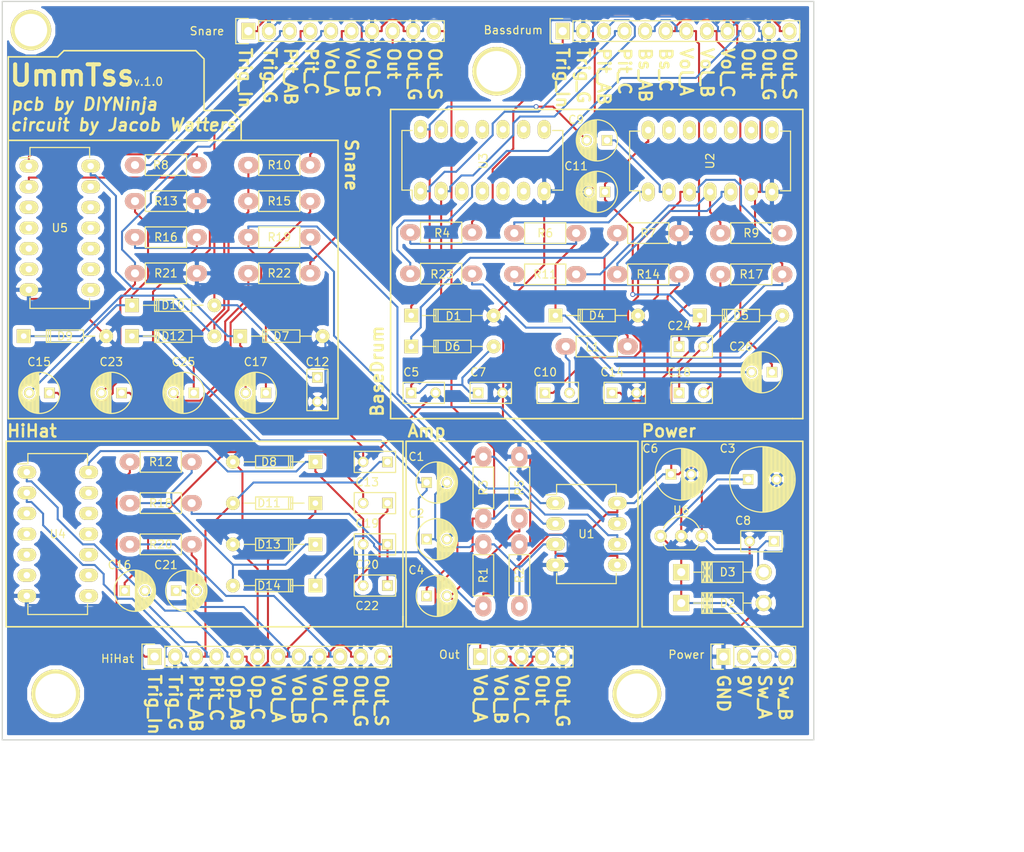
<source format=kicad_pcb>
(kicad_pcb (version 4) (host pcbnew 4.0.2+e4-6225~38~ubuntu14.04.1-stable)
  (layers (0 F.Cu signal) (31 B.Cu signal) (34 B.Paste user) (35 F.Paste user) (36 B.SilkS user) (37 F.SilkS user) (38 B.Mask user) (39 F.Mask user) (44 Edge.Cuts user))
  (net 0 "")
  (net 1 GND)
  (net 2 +5V)
  (net 3 "Net-(C4-Pad1)")
  (net 4 "Net-(C4-Pad2)")
  (net 5 "Net-(C10-Pad1)")
  (net 6 "Net-(C10-Pad2)")
  (net 7 "Net-(C14-Pad1)")
  (net 8 "Net-(C15-Pad1)")
  (net 9 "Net-(C16-Pad1)")
  (net 10 "Net-(C17-Pad1)")
  (net 11 "Net-(C17-Pad2)")
  (net 12 "Net-(C18-Pad1)")
  (net 13 "Net-(C18-Pad2)")
  (net 14 "Net-(C19-Pad1)")
  (net 15 "Net-(C20-Pad1)")
  (net 16 "Net-(C21-Pad1)")
  (net 17 "Net-(C21-Pad2)")
  (net 18 "Net-(C23-Pad1)")
  (net 19 "Net-(C24-Pad1)")
  (net 20 "Net-(C25-Pad1)")
  (net 21 "Net-(C25-Pad2)")
  (net 22 "Net-(R14-Pad1)")
  (net 23 "Net-(R6-Pad1)")
  (net 24 "Net-(C12-Pad1)")
  (net 25 "Net-(D13-Pad1)")
  (net 26 "Net-(C1-Pad2)")
  (net 27 "Net-(C3-Pad1)")
  (net 28 "Net-(C5-Pad1)")
  (net 29 "Net-(C9-Pad1)")
  (net 30 "Net-(C9-Pad2)")
  (net 31 "Net-(C13-Pad1)")
  (net 32 "Net-(C15-Pad2)")
  (net 33 "Net-(C16-Pad2)")
  (net 34 "Net-(C20-Pad2)")
  (net 35 "Net-(C23-Pad2)")
  (net 36 "Net-(C26-Pad1)")
  (net 37 "Net-(C26-Pad2)")
  (net 38 "Net-(D4-Pad1)")
  (net 39 "Net-(D6-Pad1)")
  (net 40 "Net-(D12-Pad2)")
  (net 41 "Net-(P1-Pad2)")
  (net 42 "Net-(P2-Pad2)")
  (net 43 "Net-(P3-Pad1)")
  (net 44 "Net-(P3-Pad4)")
  (net 45 "Net-(P3-Pad10)")
  (net 46 "Net-(P3-Pad12)")
  (net 47 "Net-(P4-Pad1)")
  (net 48 "Net-(P4-Pad4)")
  (net 49 "Net-(P4-Pad10)")
  (net 50 "Net-(P5-Pad1)")
  (net 51 "Net-(P5-Pad3)")
  (net 52 "Net-(P5-Pad8)")
  (net 53 "Net-(R8-Pad2)")
  (net 54 "Net-(R11-Pad2)")
  (net 55 "Net-(R16-Pad1)")
  (module Capacitors_ThroughHole:C_Radial_D8_L11.5_P3.5 (layer F.Cu) (at 121.92 88.9)
    (fp_text reference C3 (at -2.54 -3.81) (layer F.SilkS))
    (fp_text value 220uF hide)
    (pad 2 thru_hole circle (at 3.5 0) (size 1.3 1.3) (drill 0.8) (layers *.Cu *.Mask F.SilkS) (net 1 GND))
    (pad 1 thru_hole rect (at 0 0) (size 1.3 1.3) (drill 0.8) (layers *.Cu *.Mask F.SilkS) (net 27 "Net-(C3-Pad1)"))
  )
  (module Capacitors_ThroughHole:C_Radial_D5_L11_P2.5 (layer F.Cu) (at 82.296 89.281)
    (fp_text reference C1 (at -1.27 -3.175) (layer F.SilkS))
    (fp_text value 4.7uF hide)
    (pad 1 thru_hole rect (at 0 0) (size 1.3 1.3) (drill 0.8) (layers *.Cu *.Mask F.SilkS) (net 2 +5V))
    (pad 2 thru_hole circle (at 2.5 0) (size 1.3 1.3) (drill 0.8) (layers *.Cu *.Mask F.SilkS) (net 26 "Net-(C1-Pad2)"))
  )
  (module Capacitors_ThroughHole:C_Radial_D5_L11_P2.5 (layer F.Cu) (at 82.296 96.266)
    (fp_text reference C2 (at -1.27 -3.175) (layer F.SilkS))
    (fp_text value 4.7uf hide)
    (pad 1 thru_hole rect (at 0 0) (size 1.3 1.3) (drill 0.8) (layers *.Cu *.Mask F.SilkS) (net 26 "Net-(C1-Pad2)"))
    (pad 2 thru_hole circle (at 2.5 0) (size 1.3 1.3) (drill 0.8) (layers *.Cu *.Mask F.SilkS) (net 1 GND))
  )
  (module Capacitors_ThroughHole:C_Radial_D5_L11_P2.5 (layer F.Cu) (at 104.521 47.117 180)
    (fp_text reference C9 (at 3.81 2.54 180) (layer F.SilkS))
    (fp_text value 10uF hide)
    (pad 1 thru_hole rect (at 0 0 180) (size 1.3 1.3) (drill 0.8) (layers *.Cu *.Mask F.SilkS) (net 29 "Net-(C9-Pad1)"))
    (pad 2 thru_hole circle (at 2.5 0 180) (size 1.3 1.3) (drill 0.8) (layers *.Cu *.Mask F.SilkS) (net 30 "Net-(C9-Pad2)"))
  )
  (module Capacitors_ThroughHole:C_Radial_D6.3_L11.2_P2.5 (layer F.Cu) (at 112.395 88.265)
    (fp_text reference C6 (at -2.54 -3.175) (layer F.SilkS))
    (fp_text value 47uF hide)
    (pad 2 thru_hole circle (at 2.5 0) (size 1.3 1.3) (drill 0.8) (layers *.Cu *.Mask F.SilkS) (net 1 GND))
    (pad 1 thru_hole rect (at 0 0) (size 1.3 1.3) (drill 0.8) (layers *.Cu *.Mask F.SilkS) (net 2 +5V))
  )
  (module synth-diy:C_Rect_L4.5_W2.5_P3 (layer F.Cu) (at 125.095 96.52 180)
    (fp_text reference C8 (at 3.81 2.54 180) (layer F.SilkS))
    (fp_text value 100nF hide)
    (pad 1 thru_hole rect (at 0 0 180) (size 1.3 1.3) (drill 0.8) (layers *.Cu *.Mask F.SilkS) (net 2 +5V))
    (pad 2 thru_hole circle (at 3 0 180) (size 1.3 1.3) (drill 0.8) (layers *.Cu *.Mask F.SilkS) (net 1 GND))
  )
  (module Capacitors_ThroughHole:C_Radial_D5_L11_P2.5 (layer F.Cu) (at 82.296 103.251)
    (fp_text reference C4 (at -1.27 -3.175) (layer F.SilkS))
    (fp_text value 1uF hide)
    (pad 1 thru_hole rect (at 0 0) (size 1.3 1.3) (drill 0.8) (layers *.Cu *.Mask F.SilkS) (net 3 "Net-(C4-Pad1)"))
    (pad 2 thru_hole circle (at 2.5 0) (size 1.3 1.3) (drill 0.8) (layers *.Cu *.Mask F.SilkS) (net 4 "Net-(C4-Pad2)"))
  )
  (module synth-diy:C_Rect_L4.5_W2.5_P3 (layer F.Cu) (at 88.646 78.232)
    (fp_text reference C7 (at 0 -2.54) (layer F.SilkS))
    (fp_text value 100nF hide)
    (pad 1 thru_hole rect (at 0 0) (size 1.3 1.3) (drill 0.8) (layers *.Cu *.Mask F.SilkS) (net 28 "Net-(C5-Pad1)"))
    (pad 2 thru_hole circle (at 3 0) (size 1.3 1.3) (drill 0.8) (layers *.Cu *.Mask F.SilkS) (net 1 GND))
  )
  (module synth-diy:C_Rect_L4.5_W2.5_P3 (layer F.Cu) (at 96.901 78.232)
    (fp_text reference C10 (at 0 -2.54) (layer F.SilkS))
    (fp_text value 82nF hide)
    (pad 1 thru_hole rect (at 0 0) (size 1.3 1.3) (drill 0.8) (layers *.Cu *.Mask F.SilkS) (net 5 "Net-(C10-Pad1)"))
    (pad 2 thru_hole circle (at 3 0) (size 1.3 1.3) (drill 0.8) (layers *.Cu *.Mask F.SilkS) (net 6 "Net-(C10-Pad2)"))
  )
  (module synth-diy:C_Rect_L4.5_W2.5_P3 (layer F.Cu) (at 77.47 96.901 180)
    (fp_text reference C20 (at 2.5 -2.5 180) (layer F.SilkS))
    (fp_text value 100nF hide)
    (pad 1 thru_hole rect (at 0 0 180) (size 1.3 1.3) (drill 0.8) (layers *.Cu *.Mask F.SilkS) (net 15 "Net-(C20-Pad1)"))
    (pad 2 thru_hole circle (at 3 0 180) (size 1.3 1.3) (drill 0.8) (layers *.Cu *.Mask F.SilkS) (net 34 "Net-(C20-Pad2)"))
  )
  (module Capacitors_ThroughHole:C_Radial_D5_L11_P2.5 (layer F.Cu) (at 62.484 78.232 180)
    (fp_text reference C17 (at 1.27 3.81 180) (layer F.SilkS))
    (fp_text value 1uF hide)
    (pad 1 thru_hole rect (at 0 0 180) (size 1.3 1.3) (drill 0.8) (layers *.Cu *.Mask F.SilkS) (net 10 "Net-(C17-Pad1)"))
    (pad 2 thru_hole circle (at 2.5 0 180) (size 1.3 1.3) (drill 0.8) (layers *.Cu *.Mask F.SilkS) (net 11 "Net-(C17-Pad2)"))
  )
  (module synth-diy:C_Rect_L4.5_W2.5_P3 (layer F.Cu) (at 77.47 101.981 180)
    (fp_text reference C22 (at 2.5 -2.5 180) (layer F.SilkS))
    (fp_text value 100nF hide)
    (pad 1 thru_hole rect (at 0 0 180) (size 1.3 1.3) (drill 0.8) (layers *.Cu *.Mask F.SilkS) (net 15 "Net-(C20-Pad1)"))
    (pad 2 thru_hole circle (at 3 0 180) (size 1.3 1.3) (drill 0.8) (layers *.Cu *.Mask F.SilkS) (net 34 "Net-(C20-Pad2)"))
  )
  (module synth-diy:C_Rect_L4.5_W2.5_P3 (layer F.Cu) (at 105.156 78.232)
    (fp_text reference C14 (at 0 -2.54) (layer F.SilkS))
    (fp_text value 10nF hide)
    (pad 1 thru_hole rect (at 0 0) (size 1.3 1.3) (drill 0.8) (layers *.Cu *.Mask F.SilkS) (net 7 "Net-(C14-Pad1)"))
    (pad 2 thru_hole circle (at 3 0) (size 1.3 1.3) (drill 0.8) (layers *.Cu *.Mask F.SilkS) (net 1 GND))
  )
  (module Capacitors_ThroughHole:C_Radial_D5_L11_P2.5 (layer F.Cu) (at 35.814 78.232 180)
    (fp_text reference C15 (at 1.27 3.81 180) (layer F.SilkS))
    (fp_text value 1uF hide)
    (pad 1 thru_hole rect (at 0 0 180) (size 1.3 1.3) (drill 0.8) (layers *.Cu *.Mask F.SilkS) (net 8 "Net-(C15-Pad1)"))
    (pad 2 thru_hole circle (at 2.5 0 180) (size 1.3 1.3) (drill 0.8) (layers *.Cu *.Mask F.SilkS) (net 32 "Net-(C15-Pad2)"))
  )
  (module Capacitors_ThroughHole:C_Radial_D5_L11_P2.5 (layer F.Cu) (at 45.085 102.616)
    (fp_text reference C16 (at -0.635 -3.175) (layer F.SilkS))
    (fp_text value 1uF hide)
    (pad 1 thru_hole rect (at 0 0) (size 1.3 1.3) (drill 0.8) (layers *.Cu *.Mask F.SilkS) (net 9 "Net-(C16-Pad1)"))
    (pad 2 thru_hole circle (at 2.5 0) (size 1.3 1.3) (drill 0.8) (layers *.Cu *.Mask F.SilkS) (net 33 "Net-(C16-Pad2)"))
  )
  (module synth-diy:C_Rect_L4.5_W2.5_P3 (layer F.Cu) (at 113.411 78.232)
    (fp_text reference C18 (at 0 -2.54) (layer F.SilkS))
    (fp_text value 10nF hide)
    (pad 1 thru_hole rect (at 0 0) (size 1.3 1.3) (drill 0.8) (layers *.Cu *.Mask F.SilkS) (net 12 "Net-(C18-Pad1)"))
    (pad 2 thru_hole circle (at 3 0) (size 1.3 1.3) (drill 0.8) (layers *.Cu *.Mask F.SilkS) (net 13 "Net-(C18-Pad2)"))
  )
  (module synth-diy:C_Rect_L4.5_W2.5_P3 (layer F.Cu) (at 77.47 91.821 180)
    (fp_text reference C19 (at 2.5 -2.5 180) (layer F.SilkS))
    (fp_text value 220pF hide)
    (pad 1 thru_hole rect (at 0 0 180) (size 1.3 1.3) (drill 0.8) (layers *.Cu *.Mask F.SilkS) (net 14 "Net-(C19-Pad1)"))
    (pad 2 thru_hole circle (at 3 0 180) (size 1.3 1.3) (drill 0.8) (layers *.Cu *.Mask F.SilkS) (net 9 "Net-(C16-Pad1)"))
  )
  (module Capacitors_ThroughHole:C_Radial_D5_L11_P2.5 (layer F.Cu) (at 51.435 102.616)
    (fp_text reference C21 (at -1.27 -3.175) (layer F.SilkS))
    (fp_text value 1uF hide)
    (pad 1 thru_hole rect (at 0 0) (size 1.3 1.3) (drill 0.8) (layers *.Cu *.Mask F.SilkS) (net 16 "Net-(C21-Pad1)"))
    (pad 2 thru_hole circle (at 2.5 0) (size 1.3 1.3) (drill 0.8) (layers *.Cu *.Mask F.SilkS) (net 17 "Net-(C21-Pad2)"))
  )
  (module Capacitors_ThroughHole:C_Radial_D5_L11_P2.5 (layer F.Cu) (at 44.704 78.232 180)
    (fp_text reference C23 (at 1.27 3.81 180) (layer F.SilkS))
    (fp_text value 1uF hide)
    (pad 1 thru_hole rect (at 0 0 180) (size 1.3 1.3) (drill 0.8) (layers *.Cu *.Mask F.SilkS) (net 18 "Net-(C23-Pad1)"))
    (pad 2 thru_hole circle (at 2.5 0 180) (size 1.3 1.3) (drill 0.8) (layers *.Cu *.Mask F.SilkS) (net 35 "Net-(C23-Pad2)"))
  )
  (module Capacitors_ThroughHole:C_Radial_D5_L11_P2.5 (layer F.Cu) (at 53.594 78.232 180)
    (fp_text reference C25 (at 1.27 3.81 180) (layer F.SilkS))
    (fp_text value 1uF hide)
    (pad 1 thru_hole rect (at 0 0 180) (size 1.3 1.3) (drill 0.8) (layers *.Cu *.Mask F.SilkS) (net 20 "Net-(C25-Pad1)"))
    (pad 2 thru_hole circle (at 2.5 0 180) (size 1.3 1.3) (drill 0.8) (layers *.Cu *.Mask F.SilkS) (net 21 "Net-(C25-Pad2)"))
  )
  (module Capacitors_ThroughHole:C_Radial_D5_L11_P2.5 (layer F.Cu) (at 124.841 75.692 180)
    (fp_text reference C26 (at 3.81 3.175 180) (layer F.SilkS))
    (fp_text value 1uF hide)
    (pad 1 thru_hole rect (at 0 0 180) (size 1.3 1.3) (drill 0.8) (layers *.Cu *.Mask F.SilkS) (net 36 "Net-(C26-Pad1)"))
    (pad 2 thru_hole circle (at 2.5 0 180) (size 1.3 1.3) (drill 0.8) (layers *.Cu *.Mask F.SilkS) (net 37 "Net-(C26-Pad2)"))
  )
  (module Capacitors_ThroughHole:C_Radial_D5_L11_P2 (layer F.Cu) (at 104.267 53.467 180)
    (fp_text reference C11 (at 3.556 3.175 180) (layer F.SilkS))
    (fp_text value 22uF hide)
    (pad 1 thru_hole rect (at 0 0 180) (size 1.3 1.3) (drill 0.8) (layers *.Cu *.Mask F.SilkS) (net 2 +5V))
    (pad 2 thru_hole circle (at 2 0 180) (size 1.3 1.3) (drill 0.8) (layers *.Cu *.Mask F.SilkS) (net 1 GND))
  )
  (module Diodes_ThroughHole:Diode_DO-41_SOD81_Horizontal_RM10 (layer F.Cu) (at 113.665 104.14)
    (fp_text reference D2 (at 5.715 0) (layer F.SilkS))
    (fp_text value 1N4004 hide)
    (pad 2 thru_hole circle (at 10.16 -0.00254 180) (size 1.99898 1.99898) (drill 1.27) (layers *.Cu *.Mask F.SilkS) (net 1 GND))
    (pad 1 thru_hole rect (at 0 -0.00254 180) (size 1.99898 1.99898) (drill 1.00076) (layers *.Cu *.Mask F.SilkS) (net 27 "Net-(C3-Pad1)"))
  )
  (module Diodes_ThroughHole:Diode_DO-41_SOD81_Horizontal_RM10 (layer F.Cu) (at 113.665 100.33)
    (fp_text reference D3 (at 5.715 0) (layer F.SilkS))
    (fp_text value 1N4004 hide)
    (pad 2 thru_hole circle (at 10.16 -0.00254 180) (size 1.99898 1.99898) (drill 1.27) (layers *.Cu *.Mask F.SilkS) (net 2 +5V))
    (pad 1 thru_hole rect (at 0 -0.00254 180) (size 1.99898 1.99898) (drill 1.00076) (layers *.Cu *.Mask F.SilkS) (net 27 "Net-(C3-Pad1)"))
  )
  (module Diodes_ThroughHole:Diode_DO-35_SOD27_Horizontal_RM10 (layer F.Cu) (at 80.391 72.517)
    (fp_text reference D6 (at 5.08 0) (layer F.SilkS))
    (fp_text value 1N4148 hide)
    (pad 2 thru_hole circle (at 10.16052 -0.00254 180) (size 1.69926 1.69926) (drill 0.70104) (layers *.Cu *.Mask F.SilkS) (net 28 "Net-(C5-Pad1)"))
    (pad 1 thru_hole rect (at 0.00052 -0.00254 180) (size 1.69926 1.69926) (drill 0.70104) (layers *.Cu *.Mask F.SilkS) (net 39 "Net-(D6-Pad1)"))
  )
  (module Diodes_ThroughHole:Diode_DO-35_SOD27_Horizontal_RM10 (layer F.Cu) (at 45.974 67.437)
    (fp_text reference D10 (at 5.08 0) (layer F.SilkS))
    (fp_text value 1N4148 hide)
    (pad 2 thru_hole circle (at 10.16052 -0.00254 180) (size 1.69926 1.69926) (drill 0.70104) (layers *.Cu *.Mask F.SilkS) (net 24 "Net-(C12-Pad1)"))
    (pad 1 thru_hole rect (at 0.00052 -0.00254 180) (size 1.69926 1.69926) (drill 0.70104) (layers *.Cu *.Mask F.SilkS) (net 32 "Net-(C15-Pad2)"))
  )
  (module Diodes_ThroughHole:Diode_DO-35_SOD27_Horizontal_RM10 (layer F.Cu) (at 68.58 91.821 180)
    (fp_text reference D11 (at 5.715 0 180) (layer F.SilkS))
    (fp_text value 1N4148 hide)
    (pad 2 thru_hole circle (at 10.16052 -0.00254) (size 1.69926 1.69926) (drill 0.70104) (layers *.Cu *.Mask F.SilkS) (net 31 "Net-(C13-Pad1)"))
    (pad 1 thru_hole rect (at 0.00052 -0.00254) (size 1.69926 1.69926) (drill 0.70104) (layers *.Cu *.Mask F.SilkS) (net 33 "Net-(C16-Pad2)"))
  )
  (module Diodes_ThroughHole:Diode_DO-35_SOD27_Horizontal_RM10 (layer F.Cu) (at 80.391 68.707)
    (fp_text reference D1 (at 5.2 0.08) (layer F.SilkS))
    (fp_text value 1N4148 hide)
    (pad 2 thru_hole circle (at 10.16052 -0.00254 180) (size 1.69926 1.69926) (drill 0.70104) (layers *.Cu *.Mask F.SilkS) (net 1 GND))
    (pad 1 thru_hole rect (at 0.00052 -0.00254 180) (size 1.69926 1.69926) (drill 0.70104) (layers *.Cu *.Mask F.SilkS) (net 30 "Net-(C9-Pad2)"))
  )
  (module Diodes_ThroughHole:Diode_DO-35_SOD27_Horizontal_RM10 (layer F.Cu) (at 59.309 71.247)
    (fp_text reference D7 (at 5.08 0) (layer F.SilkS))
    (fp_text value 1N4148 hide)
    (pad 2 thru_hole circle (at 10.16052 -0.00254 180) (size 1.69926 1.69926) (drill 0.70104) (layers *.Cu *.Mask F.SilkS) (net 1 GND))
    (pad 1 thru_hole rect (at 0.00052 -0.00254 180) (size 1.69926 1.69926) (drill 0.70104) (layers *.Cu *.Mask F.SilkS) (net 11 "Net-(C17-Pad2)"))
  )
  (module Diodes_ThroughHole:Diode_DO-35_SOD27_Horizontal_RM10 (layer F.Cu) (at 68.58 86.741 180)
    (fp_text reference D8 (at 5.715 0 180) (layer F.SilkS))
    (fp_text value 1N4148 hide)
    (pad 2 thru_hole circle (at 10.16052 -0.00254) (size 1.69926 1.69926) (drill 0.70104) (layers *.Cu *.Mask F.SilkS) (net 1 GND))
    (pad 1 thru_hole rect (at 0.00052 -0.00254) (size 1.69926 1.69926) (drill 0.70104) (layers *.Cu *.Mask F.SilkS) (net 34 "Net-(C20-Pad2)"))
  )
  (module synth-diy:Resistor_Horizontal_RM7mm_Wide (layer F.Cu) (at 99.441 72.517)
    (fp_text reference L1 (at 3.295 0.08) (layer F.SilkS))
    (fp_text value 3.8uH hide)
    (pad 1 thru_hole oval (at 0 0) (size 2.5 2) (drill 1.00076) (layers *.Cu *.SilkS *.Mask) (net 6 "Net-(C10-Pad2)"))
    (pad 2 thru_hole oval (at 7.62 0) (size 2.5 2) (drill 1.00076) (layers *.Cu *.SilkS *.Mask) (net 39 "Net-(D6-Pad1)"))
  )
  (module synth-diy:Resistor_Horizontal_RM7mm_Wide (layer F.Cu) (at 89.281 104.521 90)
    (fp_text reference R1 (at 3.81 0 90) (layer F.SilkS))
    (fp_text value 100k hide)
    (pad 1 thru_hole oval (at 0 0 90) (size 2.5 2) (drill 1.00076) (layers *.Cu *.SilkS *.Mask) (net 2 +5V))
    (pad 2 thru_hole oval (at 7.62 0 90) (size 2.5 2) (drill 1.00076) (layers *.Cu *.SilkS *.Mask) (net 26 "Net-(C1-Pad2)"))
  )
  (module synth-diy:Resistor_Horizontal_RM7mm_Wide (layer F.Cu) (at 93.726 104.521 90)
    (fp_text reference R2 (at 3.81 0 90) (layer F.SilkS))
    (fp_text value 100k hide)
    (pad 1 thru_hole oval (at 0 0 90) (size 2.5 2) (drill 1.00076) (layers *.Cu *.SilkS *.Mask) (net 26 "Net-(C1-Pad2)"))
    (pad 2 thru_hole oval (at 7.62 0 90) (size 2.5 2) (drill 1.00076) (layers *.Cu *.SilkS *.Mask) (net 1 GND))
  )
  (module synth-diy:Resistor_Horizontal_RM7mm_Wide (layer F.Cu) (at 89.281 86.106 270)
    (fp_text reference R3 (at 3.81 0 270) (layer F.SilkS))
    (fp_text value 4.7k hide)
    (pad 1 thru_hole oval (at 0 0 270) (size 2.5 2) (drill 1.00076) (layers *.Cu *.SilkS *.Mask) (net 3 "Net-(C4-Pad1)"))
    (pad 2 thru_hole oval (at 7.62 0 270) (size 2.5 2) (drill 1.00076) (layers *.Cu *.SilkS *.Mask) (net 46 "Net-(P3-Pad12)"))
  )
  (module synth-diy:Resistor_Horizontal_RM7mm_Wide (layer F.Cu) (at 93.726 93.726 90)
    (fp_text reference R5 (at 3.81 0 90) (layer F.SilkS))
    (fp_text value 4.7k hide)
    (pad 1 thru_hole oval (at 0 0 90) (size 2.5 2) (drill 1.00076) (layers *.Cu *.SilkS *.Mask) (net 4 "Net-(C4-Pad2)"))
    (pad 2 thru_hole oval (at 7.62 0 90) (size 2.5 2) (drill 1.00076) (layers *.Cu *.SilkS *.Mask) (net 1 GND))
  )
  (module synth-diy:Resistor_Horizontal_RM7mm_Wide (layer F.Cu) (at 105.791 58.547)
    (fp_text reference R7 (at 3.81 0) (layer F.SilkS))
    (fp_text value 47k hide)
    (pad 1 thru_hole oval (at 0 0) (size 2.5 2) (drill 1.00076) (layers *.Cu *.SilkS *.Mask) (net 39 "Net-(D6-Pad1)"))
    (pad 2 thru_hole oval (at 7.62 0) (size 2.5 2) (drill 1.00076) (layers *.Cu *.SilkS *.Mask) (net 1 GND))
  )
  (module synth-diy:Resistor_Horizontal_RM7mm_Wide (layer F.Cu) (at 46.355 50.165)
    (fp_text reference R8 (at 3.175 0) (layer F.SilkS))
    (fp_text value 33k hide)
    (pad 1 thru_hole oval (at 0 0) (size 2.5 2) (drill 1.00076) (layers *.Cu *.SilkS *.Mask) (net 51 "Net-(P5-Pad3)"))
    (pad 2 thru_hole oval (at 7.62 0) (size 2.5 2) (drill 1.00076) (layers *.Cu *.SilkS *.Mask) (net 53 "Net-(R8-Pad2)"))
  )
  (module synth-diy:Resistor_Horizontal_RM7mm_Wide (layer F.Cu) (at 118.491 58.547)
    (fp_text reference R9 (at 3.81 0) (layer F.SilkS))
    (fp_text value 1M hide)
    (pad 1 thru_hole oval (at 0 0) (size 2.5 2) (drill 1.00076) (layers *.Cu *.SilkS *.Mask) (net 54 "Net-(R11-Pad2)"))
    (pad 2 thru_hole oval (at 7.62 0) (size 2.5 2) (drill 1.00076) (layers *.Cu *.SilkS *.Mask) (net 5 "Net-(C10-Pad1)"))
  )
  (module synth-diy:Resistor_Horizontal_RM7mm_Wide (layer F.Cu) (at 93.091 63.627)
    (fp_text reference R11 (at 3.81 0) (layer F.SilkS))
    (fp_text value 47k hide)
    (pad 1 thru_hole oval (at 0 0) (size 2.5 2) (drill 1.00076) (layers *.Cu *.SilkS *.Mask) (net 7 "Net-(C14-Pad1)"))
    (pad 2 thru_hole oval (at 7.62 0) (size 2.5 2) (drill 1.00076) (layers *.Cu *.SilkS *.Mask) (net 54 "Net-(R11-Pad2)"))
  )
  (module synth-diy:Resistor_Horizontal_RM7mm_Wide (layer F.Cu) (at 46.355 54.61)
    (fp_text reference R13 (at 3.81 0) (layer F.SilkS))
    (fp_text value 47k hide)
    (pad 1 thru_hole oval (at 0 0) (size 2.5 2) (drill 1.00076) (layers *.Cu *.SilkS *.Mask) (net 32 "Net-(C15-Pad2)"))
    (pad 2 thru_hole oval (at 7.62 0) (size 2.5 2) (drill 1.00076) (layers *.Cu *.SilkS *.Mask) (net 1 GND))
  )
  (module synth-diy:Resistor_Horizontal_RM7mm_Wide (layer F.Cu) (at 105.791 63.627)
    (fp_text reference R14 (at 3.81 0) (layer F.SilkS))
    (fp_text value 100k hide)
    (pad 1 thru_hole oval (at 0 0) (size 2.5 2) (drill 1.00076) (layers *.Cu *.SilkS *.Mask) (net 22 "Net-(R14-Pad1)"))
    (pad 2 thru_hole oval (at 7.62 0) (size 2.5 2) (drill 1.00076) (layers *.Cu *.SilkS *.Mask) (net 7 "Net-(C14-Pad1)"))
  )
  (module synth-diy:Resistor_Horizontal_RM7mm_Wide (layer F.Cu) (at 46.355 59.055)
    (fp_text reference R16 (at 3.81 0) (layer F.SilkS))
    (fp_text value 1.3k hide)
    (pad 1 thru_hole oval (at 0 0) (size 2.5 2) (drill 1.00076) (layers *.Cu *.SilkS *.Mask) (net 55 "Net-(R16-Pad1)"))
    (pad 2 thru_hole oval (at 7.62 0) (size 2.5 2) (drill 1.00076) (layers *.Cu *.SilkS *.Mask) (net 8 "Net-(C15-Pad1)"))
  )
  (module synth-diy:Resistor_Horizontal_RM7mm_Wide (layer F.Cu) (at 126.111 63.627 180)
    (fp_text reference R17 (at 3.81 0 180) (layer F.SilkS))
    (fp_text value 33k hide)
    (pad 1 thru_hole oval (at 0 0 180) (size 2.5 2) (drill 1.00076) (layers *.Cu *.SilkS *.Mask) (net 12 "Net-(C18-Pad1)"))
    (pad 2 thru_hole oval (at 7.62 0 180) (size 2.5 2) (drill 1.00076) (layers *.Cu *.SilkS *.Mask) (net 13 "Net-(C18-Pad2)"))
  )
  (module synth-diy:Resistor_Horizontal_RM7mm_Wide (layer F.Cu) (at 60.325 59.055)
    (fp_text reference R19 (at 3.81 0) (layer F.SilkS))
    (fp_text value 10k hide)
    (pad 1 thru_hole oval (at 0 0) (size 2.5 2) (drill 1.00076) (layers *.Cu *.SilkS *.Mask) (net 18 "Net-(C23-Pad1)"))
    (pad 2 thru_hole oval (at 7.62 0) (size 2.5 2) (drill 1.00076) (layers *.Cu *.SilkS *.Mask) (net 55 "Net-(R16-Pad1)"))
  )
  (module synth-diy:Resistor_Horizontal_RM7mm_Wide (layer F.Cu) (at 45.72 96.901)
    (fp_text reference R20 (at 3.81 0) (layer F.SilkS))
    (fp_text value 100k hide)
    (pad 1 thru_hole oval (at 0 0) (size 2.5 2) (drill 1.00076) (layers *.Cu *.SilkS *.Mask) (net 49 "Net-(P4-Pad10)"))
    (pad 2 thru_hole oval (at 7.62 0) (size 2.5 2) (drill 1.00076) (layers *.Cu *.SilkS *.Mask) (net 17 "Net-(C21-Pad2)"))
  )
  (module synth-diy:Resistor_Horizontal_RM7mm_Wide (layer F.Cu) (at 46.355 63.5)
    (fp_text reference R21 (at 3.81 0) (layer F.SilkS))
    (fp_text value 4.7k hide)
    (pad 1 thru_hole oval (at 0 0) (size 2.5 2) (drill 1.00076) (layers *.Cu *.SilkS *.Mask) (net 35 "Net-(C23-Pad2)"))
    (pad 2 thru_hole oval (at 7.62 0) (size 2.5 2) (drill 1.00076) (layers *.Cu *.SilkS *.Mask) (net 1 GND))
  )
  (module synth-diy:Resistor_Horizontal_RM7mm_Wide (layer F.Cu) (at 67.945 63.5 180)
    (fp_text reference R22 (at 3.81 0 180) (layer F.SilkS))
    (fp_text value 33k hide)
    (pad 1 thru_hole oval (at 0 0 180) (size 2.5 2) (drill 1.00076) (layers *.Cu *.SilkS *.Mask) (net 52 "Net-(P5-Pad8)"))
    (pad 2 thru_hole oval (at 7.62 0 180) (size 2.5 2) (drill 1.00076) (layers *.Cu *.SilkS *.Mask) (net 21 "Net-(C25-Pad2)"))
  )
  (module synth-diy:Resistor_Horizontal_RM7mm_Wide (layer F.Cu) (at 80.271 63.547)
    (fp_text reference R23 (at 3.93 0.08) (layer F.SilkS))
    (fp_text value 47k hide)
    (pad 1 thru_hole oval (at 0 0) (size 2.5 2) (drill 1.00076) (layers *.Cu *.SilkS *.Mask) (net 45 "Net-(P3-Pad10)"))
    (pad 2 thru_hole oval (at 7.62 0) (size 2.5 2) (drill 1.00076) (layers *.Cu *.SilkS *.Mask) (net 37 "Net-(C26-Pad2)"))
  )
  (module Housings_DIP:DIP-14_W7.62mm_LongPads (layer F.Cu) (at 109.601 53.467 90)
    (fp_text reference U2 (at 3.81 7.62 90) (layer F.SilkS))
    (fp_text value 40106 hide)
    (pad 1 thru_hole oval (at 0 0 90) (size 2.3 1.6) (drill 0.8) (layers *.Cu *.Mask F.SilkS) (net 23 "Net-(R6-Pad1)"))
    (pad 2 thru_hole oval (at 0 2.54 90) (size 2.3 1.6) (drill 0.8) (layers *.Cu *.Mask F.SilkS) (net 29 "Net-(C9-Pad1)"))
    (pad 3 thru_hole oval (at 0 5.08 90) (size 2.3 1.6) (drill 0.8) (layers *.Cu *.Mask F.SilkS) (net 5 "Net-(C10-Pad1)"))
    (pad 4 thru_hole oval (at 0 7.62 90) (size 2.3 1.6) (drill 0.8) (layers *.Cu *.Mask F.SilkS) (net 54 "Net-(R11-Pad2)"))
    (pad 5 thru_hole oval (at 0 10.16 90) (size 2.3 1.6) (drill 0.8) (layers *.Cu *.Mask F.SilkS) (net 22 "Net-(R14-Pad1)"))
    (pad 6 thru_hole oval (at 0 12.7 90) (size 2.3 1.6) (drill 0.8) (layers *.Cu *.Mask F.SilkS) (net 12 "Net-(C18-Pad1)"))
    (pad 7 thru_hole oval (at 0 15.24 90) (size 2.3 1.6) (drill 0.8) (layers *.Cu *.Mask F.SilkS) (net 1 GND))
    (pad 8 thru_hole oval (at 7.62 15.24 90) (size 2.3 1.6) (drill 0.8) (layers *.Cu *.Mask F.SilkS))
    (pad 9 thru_hole oval (at 7.62 12.7 90) (size 2.3 1.6) (drill 0.8) (layers *.Cu *.Mask F.SilkS))
    (pad 10 thru_hole oval (at 7.62 10.16 90) (size 2.3 1.6) (drill 0.8) (layers *.Cu *.Mask F.SilkS))
    (pad 11 thru_hole oval (at 7.62 7.62 90) (size 2.3 1.6) (drill 0.8) (layers *.Cu *.Mask F.SilkS))
    (pad 12 thru_hole oval (at 7.62 5.08 90) (size 2.3 1.6) (drill 0.8) (layers *.Cu *.Mask F.SilkS))
    (pad 13 thru_hole oval (at 7.62 2.54 90) (size 2.3 1.6) (drill 0.8) (layers *.Cu *.Mask F.SilkS))
    (pad 14 thru_hole oval (at 7.62 0 90) (size 2.3 1.6) (drill 0.8) (layers *.Cu *.Mask F.SilkS) (net 2 +5V))
  )
  (module Housings_DIP:DIP-8_W7.62mm_LongPads (layer F.Cu) (at 98.171 91.821)
    (fp_text reference U1 (at 3.81 3.81) (layer F.SilkS))
    (fp_text value TL072 hide)
    (pad 1 thru_hole oval (at 0 0) (size 2.3 1.6) (drill 0.8) (layers *.Cu *.Mask F.SilkS) (net 3 "Net-(C4-Pad1)"))
    (pad 2 thru_hole oval (at 0 2.54) (size 2.3 1.6) (drill 0.8) (layers *.Cu *.Mask F.SilkS) (net 46 "Net-(P3-Pad12)"))
    (pad 3 thru_hole oval (at 0 5.08) (size 2.3 1.6) (drill 0.8) (layers *.Cu *.Mask F.SilkS) (net 26 "Net-(C1-Pad2)"))
    (pad 4 thru_hole oval (at 0 7.62) (size 2.3 1.6) (drill 0.8) (layers *.Cu *.Mask F.SilkS) (net 1 GND))
    (pad 5 thru_hole oval (at 7.62 7.62) (size 2.3 1.6) (drill 0.8) (layers *.Cu *.Mask F.SilkS) (net 26 "Net-(C1-Pad2)"))
    (pad 6 thru_hole oval (at 7.62 5.08) (size 2.3 1.6) (drill 0.8) (layers *.Cu *.Mask F.SilkS) (net 55 "Net-(R16-Pad1)"))
    (pad 7 thru_hole oval (at 7.62 2.54) (size 2.3 1.6) (drill 0.8) (layers *.Cu *.Mask F.SilkS) (net 18 "Net-(C23-Pad1)"))
    (pad 8 thru_hole oval (at 7.62 0) (size 2.3 1.6) (drill 0.8) (layers *.Cu *.Mask F.SilkS) (net 2 +5V))
  )
  (module Diodes_ThroughHole:Diode_DO-35_SOD27_Horizontal_RM10 (layer F.Cu) (at 98.171 68.707)
    (fp_text reference D4 (at 5.08 0) (layer F.SilkS))
    (fp_text value 1N4148 hide)
    (pad 2 thru_hole circle (at 10.16052 -0.00254 180) (size 1.69926 1.69926) (drill 0.70104) (layers *.Cu *.Mask F.SilkS) (net 1 GND))
    (pad 1 thru_hole rect (at 0.00052 -0.00254 180) (size 1.69926 1.69926) (drill 0.70104) (layers *.Cu *.Mask F.SilkS) (net 38 "Net-(D4-Pad1)"))
  )
  (module Diodes_ThroughHole:Diode_DO-35_SOD27_Horizontal_RM10 (layer F.Cu) (at 115.951 68.707)
    (fp_text reference D5 (at 5.08 0) (layer F.SilkS))
    (fp_text value 1N4148 hide)
    (pad 2 thru_hole circle (at 10.16052 -0.00254 180) (size 1.69926 1.69926) (drill 0.70104) (layers *.Cu *.Mask F.SilkS) (net 38 "Net-(D4-Pad1)"))
    (pad 1 thru_hole rect (at 0.00052 -0.00254 180) (size 1.69926 1.69926) (drill 0.70104) (layers *.Cu *.Mask F.SilkS) (net 2 +5V))
  )
  (module Diodes_ThroughHole:Diode_DO-35_SOD27_Horizontal_RM10 (layer F.Cu) (at 32.639 71.247)
    (fp_text reference D9 (at 5.08 0) (layer F.SilkS))
    (fp_text value 1N4148 hide)
    (pad 2 thru_hole circle (at 10.16052 -0.00254 180) (size 1.69926 1.69926) (drill 0.70104) (layers *.Cu *.Mask F.SilkS) (net 1 GND))
    (pad 1 thru_hole rect (at 0.00052 -0.00254 180) (size 1.69926 1.69926) (drill 0.70104) (layers *.Cu *.Mask F.SilkS) (net 40 "Net-(D12-Pad2)"))
  )
  (module Diodes_ThroughHole:Diode_DO-35_SOD27_Horizontal_RM10 (layer F.Cu) (at 45.974 71.247)
    (fp_text reference D12 (at 5.08 0) (layer F.SilkS))
    (fp_text value 1N4148 hide)
    (pad 2 thru_hole circle (at 10.16052 -0.00254 180) (size 1.69926 1.69926) (drill 0.70104) (layers *.Cu *.Mask F.SilkS) (net 40 "Net-(D12-Pad2)"))
    (pad 1 thru_hole rect (at 0.00052 -0.00254 180) (size 1.69926 1.69926) (drill 0.70104) (layers *.Cu *.Mask F.SilkS) (net 2 +5V))
  )
  (module Diodes_ThroughHole:Diode_DO-35_SOD27_Horizontal_RM10 (layer F.Cu) (at 68.58 96.901 180)
    (fp_text reference D13 (at 5.715 0 180) (layer F.SilkS))
    (fp_text value 1N4148 hide)
    (pad 2 thru_hole circle (at 10.16052 -0.00254) (size 1.69926 1.69926) (drill 0.70104) (layers *.Cu *.Mask F.SilkS) (net 1 GND))
    (pad 1 thru_hole rect (at 0.00052 -0.00254) (size 1.69926 1.69926) (drill 0.70104) (layers *.Cu *.Mask F.SilkS) (net 25 "Net-(D13-Pad1)"))
  )
  (module Diodes_ThroughHole:Diode_DO-35_SOD27_Horizontal_RM10 (layer F.Cu) (at 68.58 101.981 180)
    (fp_text reference D14 (at 5.715 0 180) (layer F.SilkS))
    (fp_text value 1N4148 hide)
    (pad 2 thru_hole circle (at 10.16052 -0.00254) (size 1.69926 1.69926) (drill 0.70104) (layers *.Cu *.Mask F.SilkS) (net 25 "Net-(D13-Pad1)"))
    (pad 1 thru_hole rect (at 0.00052 -0.00254) (size 1.69926 1.69926) (drill 0.70104) (layers *.Cu *.Mask F.SilkS) (net 2 +5V))
  )
  (module synth-diy:Resistor_Horizontal_RM7mm_Wide (layer F.Cu) (at 80.271 58.467)
    (fp_text reference R4 (at 3.93 0.08) (layer F.SilkS))
    (fp_text value 10k hide)
    (pad 1 thru_hole oval (at 0 0) (size 2.5 2) (drill 1.00076) (layers *.Cu *.SilkS *.Mask) (net 38 "Net-(D4-Pad1)"))
    (pad 2 thru_hole oval (at 7.62 0) (size 2.5 2) (drill 1.00076) (layers *.Cu *.SilkS *.Mask) (net 43 "Net-(P3-Pad1)"))
  )
  (module synth-diy:Resistor_Horizontal_RM7mm_Wide (layer F.Cu) (at 93.091 58.547)
    (fp_text reference R6 (at 3.81 0) (layer F.SilkS))
    (fp_text value 10k hide)
    (pad 1 thru_hole oval (at 0 0) (size 2.5 2) (drill 1.00076) (layers *.Cu *.SilkS *.Mask) (net 23 "Net-(R6-Pad1)"))
    (pad 2 thru_hole oval (at 7.62 0) (size 2.5 2) (drill 1.00076) (layers *.Cu *.SilkS *.Mask) (net 38 "Net-(D4-Pad1)"))
  )
  (module synth-diy:Resistor_Horizontal_RM7mm_Wide (layer F.Cu) (at 60.325 50.165)
    (fp_text reference R10 (at 3.81 0) (layer F.SilkS))
    (fp_text value 10k hide)
    (pad 1 thru_hole oval (at 0 0) (size 2.5 2) (drill 1.00076) (layers *.Cu *.SilkS *.Mask) (net 40 "Net-(D12-Pad2)"))
    (pad 2 thru_hole oval (at 7.62 0) (size 2.5 2) (drill 1.00076) (layers *.Cu *.SilkS *.Mask) (net 50 "Net-(P5-Pad1)"))
  )
  (module synth-diy:Resistor_Horizontal_RM7mm_Wide (layer F.Cu) (at 53.34 86.741 180)
    (fp_text reference R12 (at 3.81 0 180) (layer F.SilkS))
    (fp_text value 10k hide)
    (pad 1 thru_hole oval (at 0 0 180) (size 2.5 2) (drill 1.00076) (layers *.Cu *.SilkS *.Mask) (net 25 "Net-(D13-Pad1)"))
    (pad 2 thru_hole oval (at 7.62 0 180) (size 2.5 2) (drill 1.00076) (layers *.Cu *.SilkS *.Mask) (net 47 "Net-(P4-Pad1)"))
  )
  (module synth-diy:Resistor_Horizontal_RM7mm_Wide (layer F.Cu) (at 67.945 54.61 180)
    (fp_text reference R15 (at 3.81 0 180) (layer F.SilkS))
    (fp_text value 10k hide)
    (pad 1 thru_hole oval (at 0 0 180) (size 2.5 2) (drill 1.00076) (layers *.Cu *.SilkS *.Mask) (net 10 "Net-(C17-Pad1)"))
    (pad 2 thru_hole oval (at 7.62 0 180) (size 2.5 2) (drill 1.00076) (layers *.Cu *.SilkS *.Mask) (net 40 "Net-(D12-Pad2)"))
  )
  (module synth-diy:Resistor_Horizontal_RM7mm_Wide (layer F.Cu) (at 53.34 91.821 180)
    (fp_text reference R18 (at 3.81 0 180) (layer F.SilkS))
    (fp_text value 10k hide)
    (pad 1 thru_hole oval (at 0 0 180) (size 2.5 2) (drill 1.00076) (layers *.Cu *.SilkS *.Mask) (net 15 "Net-(C20-Pad1)"))
    (pad 2 thru_hole oval (at 7.62 0 180) (size 2.5 2) (drill 1.00076) (layers *.Cu *.SilkS *.Mask) (net 25 "Net-(D13-Pad1)"))
  )
  (module Pin_Headers:Pin_Header_Straight_1x04 (layer F.Cu) (at 118.872 110.744 90)
    (fp_text reference Power (at 0.254 -4.572 180) (layer F.SilkS))
    (fp_text value PWR hide)
    (pad 1 thru_hole rect (at 0 0 90) (size 2.032 1.7272) (drill 1.016) (layers *.Cu *.Mask F.SilkS) (net 1 GND))
    (pad 2 thru_hole oval (at 0 2.54 90) (size 2.032 1.7272) (drill 1.016) (layers *.Cu *.Mask F.SilkS) (net 41 "Net-(P1-Pad2)"))
    (pad 3 thru_hole oval (at 0 5.08 90) (size 2.032 1.7272) (drill 1.016) (layers *.Cu *.Mask F.SilkS) (net 41 "Net-(P1-Pad2)"))
    (pad 4 thru_hole oval (at 0 7.62 90) (size 2.032 1.7272) (drill 1.016) (layers *.Cu *.Mask F.SilkS) (net 27 "Net-(C3-Pad1)"))
  )
  (module Pin_Headers:Pin_Header_Straight_1x05 (layer F.Cu) (at 88.9 110.744 90)
    (fp_text reference Out (at 0.254 -3.81 180) (layer F.SilkS))
    (fp_text value Out hide)
    (pad 1 thru_hole rect (at 0 0 90) (size 2.032 1.7272) (drill 1.016) (layers *.Cu *.Mask F.SilkS) (net 4 "Net-(C4-Pad2)"))
    (pad 2 thru_hole oval (at 0 2.54 90) (size 2.032 1.7272) (drill 1.016) (layers *.Cu *.Mask F.SilkS) (net 42 "Net-(P2-Pad2)"))
    (pad 3 thru_hole oval (at 0 5.08 90) (size 2.032 1.7272) (drill 1.016) (layers *.Cu *.Mask F.SilkS) (net 1 GND))
    (pad 4 thru_hole oval (at 0 7.62 90) (size 2.032 1.7272) (drill 1.016) (layers *.Cu *.Mask F.SilkS) (net 42 "Net-(P2-Pad2)"))
    (pad 5 thru_hole oval (at 0 10.16 90) (size 2.032 1.7272) (drill 1.016) (layers *.Cu *.Mask F.SilkS) (net 1 GND))
  )
  (module Pin_Headers:Pin_Header_Straight_1x12 (layer F.Cu) (at 99.06 33.655 90)
    (fp_text reference Bassdrum (at 0.127 -6.096 180) (layer F.SilkS))
    (fp_text value Bassdrum hide)
    (pad 1 thru_hole rect (at 0 0 90) (size 2.032 1.7272) (drill 1.016) (layers *.Cu *.Mask F.SilkS) (net 43 "Net-(P3-Pad1)"))
    (pad 2 thru_hole oval (at 0 2.54 90) (size 2.032 1.7272) (drill 1.016) (layers *.Cu *.Mask F.SilkS) (net 1 GND))
    (pad 3 thru_hole oval (at 0 5.08 90) (size 2.032 1.7272) (drill 1.016) (layers *.Cu *.Mask F.SilkS) (net 28 "Net-(C5-Pad1)"))
    (pad 4 thru_hole oval (at 0 7.62 90) (size 2.032 1.7272) (drill 1.016) (layers *.Cu *.Mask F.SilkS) (net 44 "Net-(P3-Pad4)"))
    (pad 5 thru_hole oval (at 0 10.16 90) (size 2.032 1.7272) (drill 1.016) (layers *.Cu *.Mask F.SilkS) (net 19 "Net-(C24-Pad1)"))
    (pad 6 thru_hole oval (at 0 12.7 90) (size 2.032 1.7272) (drill 1.016) (layers *.Cu *.Mask F.SilkS) (net 12 "Net-(C18-Pad1)"))
    (pad 7 thru_hole oval (at 0 15.24 90) (size 2.032 1.7272) (drill 1.016) (layers *.Cu *.Mask F.SilkS) (net 19 "Net-(C24-Pad1)"))
    (pad 8 thru_hole oval (at 0 17.78 90) (size 2.032 1.7272) (drill 1.016) (layers *.Cu *.Mask F.SilkS) (net 36 "Net-(C26-Pad1)"))
    (pad 9 thru_hole oval (at 0 20.32 90) (size 2.032 1.7272) (drill 1.016) (layers *.Cu *.Mask F.SilkS) (net 1 GND))
    (pad 10 thru_hole oval (at 0 22.86 90) (size 2.032 1.7272) (drill 1.016) (layers *.Cu *.Mask F.SilkS) (net 45 "Net-(P3-Pad10)"))
    (pad 11 thru_hole oval (at 0 25.4 90) (size 2.032 1.7272) (drill 1.016) (layers *.Cu *.Mask F.SilkS) (net 1 GND))
    (pad 12 thru_hole oval (at 0 27.94 90) (size 2.032 1.7272) (drill 1.016) (layers *.Cu *.Mask F.SilkS) (net 46 "Net-(P3-Pad12)"))
  )
  (module Pin_Headers:Pin_Header_Straight_1x12 (layer F.Cu) (at 48.768 110.744 90)
    (fp_text reference HiHat (at -0.254 -4.572 180) (layer F.SilkS))
    (fp_text value HiHat hide)
    (pad 1 thru_hole rect (at 0 0 90) (size 2.032 1.7272) (drill 1.016) (layers *.Cu *.Mask F.SilkS) (net 47 "Net-(P4-Pad1)"))
    (pad 2 thru_hole oval (at 0 2.54 90) (size 2.032 1.7272) (drill 1.016) (layers *.Cu *.Mask F.SilkS) (net 1 GND))
    (pad 3 thru_hole oval (at 0 5.08 90) (size 2.032 1.7272) (drill 1.016) (layers *.Cu *.Mask F.SilkS) (net 31 "Net-(C13-Pad1)"))
    (pad 4 thru_hole oval (at 0 7.62 90) (size 2.032 1.7272) (drill 1.016) (layers *.Cu *.Mask F.SilkS) (net 48 "Net-(P4-Pad4)"))
    (pad 5 thru_hole oval (at 0 10.16 90) (size 2.032 1.7272) (drill 1.016) (layers *.Cu *.Mask F.SilkS) (net 33 "Net-(C16-Pad2)"))
    (pad 6 thru_hole oval (at 0 12.7 90) (size 2.032 1.7272) (drill 1.016) (layers *.Cu *.Mask F.SilkS) (net 1 GND))
    (pad 7 thru_hole oval (at 0 15.24 90) (size 2.032 1.7272) (drill 1.016) (layers *.Cu *.Mask F.SilkS) (net 14 "Net-(C19-Pad1)"))
    (pad 8 thru_hole oval (at 0 17.78 90) (size 2.032 1.7272) (drill 1.016) (layers *.Cu *.Mask F.SilkS) (net 16 "Net-(C21-Pad1)"))
    (pad 9 thru_hole oval (at 0 20.32 90) (size 2.032 1.7272) (drill 1.016) (layers *.Cu *.Mask F.SilkS) (net 1 GND))
    (pad 10 thru_hole oval (at 0 22.86 90) (size 2.032 1.7272) (drill 1.016) (layers *.Cu *.Mask F.SilkS) (net 49 "Net-(P4-Pad10)"))
    (pad 11 thru_hole oval (at 0 25.4 90) (size 2.032 1.7272) (drill 1.016) (layers *.Cu *.Mask F.SilkS) (net 1 GND))
    (pad 12 thru_hole oval (at 0 27.94 90) (size 2.032 1.7272) (drill 1.016) (layers *.Cu *.Mask F.SilkS) (net 46 "Net-(P3-Pad12)"))
  )
  (module Pin_Headers:Pin_Header_Straight_1x10 (layer F.Cu) (at 60.325 33.655 90)
    (fp_text reference Snare (at 0 -5.1 180) (layer F.SilkS))
    (fp_text value Snare hide)
    (pad 1 thru_hole rect (at 0 0 90) (size 2.032 1.7272) (drill 1.016) (layers *.Cu *.Mask F.SilkS) (net 50 "Net-(P5-Pad1)"))
    (pad 2 thru_hole oval (at 0 2.54 90) (size 2.032 1.7272) (drill 1.016) (layers *.Cu *.Mask F.SilkS) (net 1 GND))
    (pad 3 thru_hole oval (at 0 5.08 90) (size 2.032 1.7272) (drill 1.016) (layers *.Cu *.Mask F.SilkS) (net 51 "Net-(P5-Pad3)"))
    (pad 4 thru_hole oval (at 0 7.62 90) (size 2.032 1.7272) (drill 1.016) (layers *.Cu *.Mask F.SilkS) (net 24 "Net-(C12-Pad1)"))
    (pad 5 thru_hole oval (at 0 10.16 90) (size 2.032 1.7272) (drill 1.016) (layers *.Cu *.Mask F.SilkS) (net 35 "Net-(C23-Pad2)"))
    (pad 6 thru_hole oval (at 0 12.7 90) (size 2.032 1.7272) (drill 1.016) (layers *.Cu *.Mask F.SilkS) (net 20 "Net-(C25-Pad1)"))
    (pad 7 thru_hole oval (at 0 15.24 90) (size 2.032 1.7272) (drill 1.016) (layers *.Cu *.Mask F.SilkS) (net 1 GND))
    (pad 8 thru_hole oval (at 0 17.78 90) (size 2.032 1.7272) (drill 1.016) (layers *.Cu *.Mask F.SilkS) (net 52 "Net-(P5-Pad8)"))
    (pad 9 thru_hole oval (at 0 20.32 90) (size 2.032 1.7272) (drill 1.016) (layers *.Cu *.Mask F.SilkS) (net 1 GND))
    (pad 10 thru_hole oval (at 0 22.86 90) (size 2.032 1.7272) (drill 1.016) (layers *.Cu *.Mask F.SilkS) (net 46 "Net-(P3-Pad12)"))
  )
  (module Housings_DIP:DIP-14_W7.62mm_LongPads (layer F.Cu) (at 33.02 88.011)
    (fp_text reference U4 (at 3.81 7.62) (layer F.SilkS))
    (fp_text value 40106 hide)
    (pad 1 thru_hole oval (at 0 0) (size 2.3 1.6) (drill 0.8) (layers *.Cu *.Mask F.SilkS) (net 48 "Net-(P4-Pad4)"))
    (pad 2 thru_hole oval (at 0 2.54) (size 2.3 1.6) (drill 0.8) (layers *.Cu *.Mask F.SilkS) (net 31 "Net-(C13-Pad1)"))
    (pad 3 thru_hole oval (at 0 5.08) (size 2.3 1.6) (drill 0.8) (layers *.Cu *.Mask F.SilkS))
    (pad 4 thru_hole oval (at 0 7.62) (size 2.3 1.6) (drill 0.8) (layers *.Cu *.Mask F.SilkS))
    (pad 5 thru_hole oval (at 0 10.16) (size 2.3 1.6) (drill 0.8) (layers *.Cu *.Mask F.SilkS))
    (pad 6 thru_hole oval (at 0 12.7) (size 2.3 1.6) (drill 0.8) (layers *.Cu *.Mask F.SilkS))
    (pad 7 thru_hole oval (at 0 15.24) (size 2.3 1.6) (drill 0.8) (layers *.Cu *.Mask F.SilkS) (net 1 GND))
    (pad 8 thru_hole oval (at 7.62 15.24) (size 2.3 1.6) (drill 0.8) (layers *.Cu *.Mask F.SilkS))
    (pad 9 thru_hole oval (at 7.62 12.7) (size 2.3 1.6) (drill 0.8) (layers *.Cu *.Mask F.SilkS))
    (pad 10 thru_hole oval (at 7.62 10.16) (size 2.3 1.6) (drill 0.8) (layers *.Cu *.Mask F.SilkS))
    (pad 11 thru_hole oval (at 7.62 7.62) (size 2.3 1.6) (drill 0.8) (layers *.Cu *.Mask F.SilkS))
    (pad 12 thru_hole oval (at 7.62 5.08) (size 2.3 1.6) (drill 0.8) (layers *.Cu *.Mask F.SilkS))
    (pad 13 thru_hole oval (at 7.62 2.54) (size 2.3 1.6) (drill 0.8) (layers *.Cu *.Mask F.SilkS))
    (pad 14 thru_hole oval (at 7.62 0) (size 2.3 1.6) (drill 0.8) (layers *.Cu *.Mask F.SilkS) (net 34 "Net-(C20-Pad2)"))
  )
  (module Housings_DIP:DIP-14_W7.62mm_LongPads (layer F.Cu) (at 33.274 50.292)
    (fp_text reference U5 (at 3.81 7.62) (layer F.SilkS))
    (fp_text value 40106 hide)
    (pad 1 thru_hole oval (at 0 0) (size 2.3 1.6) (drill 0.8) (layers *.Cu *.Mask F.SilkS) (net 53 "Net-(R8-Pad2)"))
    (pad 2 thru_hole oval (at 0 2.54) (size 2.3 1.6) (drill 0.8) (layers *.Cu *.Mask F.SilkS) (net 24 "Net-(C12-Pad1)"))
    (pad 3 thru_hole oval (at 0 5.08) (size 2.3 1.6) (drill 0.8) (layers *.Cu *.Mask F.SilkS))
    (pad 4 thru_hole oval (at 0 7.62) (size 2.3 1.6) (drill 0.8) (layers *.Cu *.Mask F.SilkS))
    (pad 5 thru_hole oval (at 0 10.16) (size 2.3 1.6) (drill 0.8) (layers *.Cu *.Mask F.SilkS))
    (pad 6 thru_hole oval (at 0 12.7) (size 2.3 1.6) (drill 0.8) (layers *.Cu *.Mask F.SilkS))
    (pad 7 thru_hole oval (at 0 15.24) (size 2.3 1.6) (drill 0.8) (layers *.Cu *.Mask F.SilkS) (net 1 GND))
    (pad 8 thru_hole oval (at 7.62 15.24) (size 2.3 1.6) (drill 0.8) (layers *.Cu *.Mask F.SilkS))
    (pad 9 thru_hole oval (at 7.62 12.7) (size 2.3 1.6) (drill 0.8) (layers *.Cu *.Mask F.SilkS))
    (pad 10 thru_hole oval (at 7.62 10.16) (size 2.3 1.6) (drill 0.8) (layers *.Cu *.Mask F.SilkS))
    (pad 11 thru_hole oval (at 7.62 7.62) (size 2.3 1.6) (drill 0.8) (layers *.Cu *.Mask F.SilkS))
    (pad 12 thru_hole oval (at 7.62 5.08) (size 2.3 1.6) (drill 0.8) (layers *.Cu *.Mask F.SilkS))
    (pad 13 thru_hole oval (at 7.62 2.54) (size 2.3 1.6) (drill 0.8) (layers *.Cu *.Mask F.SilkS))
    (pad 14 thru_hole oval (at 7.62 0) (size 2.3 1.6) (drill 0.8) (layers *.Cu *.Mask F.SilkS) (net 11 "Net-(C17-Pad2)"))
  )
  (module Housings_DIP:DIP-14_W7.62mm_LongPads (layer F.Cu) (at 81.541 53.387 90)
    (fp_text reference U3 (at 3.73 7.74 90) (layer F.SilkS))
    (fp_text value 40106 hide)
    (pad 1 thru_hole oval (at 0 0 90) (size 2.3 1.6) (drill 0.8) (layers *.Cu *.Mask F.SilkS) (net 44 "Net-(P3-Pad4)"))
    (pad 2 thru_hole oval (at 0 2.54 90) (size 2.3 1.6) (drill 0.8) (layers *.Cu *.Mask F.SilkS) (net 28 "Net-(C5-Pad1)"))
    (pad 3 thru_hole oval (at 0 5.08 90) (size 2.3 1.6) (drill 0.8) (layers *.Cu *.Mask F.SilkS))
    (pad 4 thru_hole oval (at 0 7.62 90) (size 2.3 1.6) (drill 0.8) (layers *.Cu *.Mask F.SilkS))
    (pad 5 thru_hole oval (at 0 10.16 90) (size 2.3 1.6) (drill 0.8) (layers *.Cu *.Mask F.SilkS))
    (pad 6 thru_hole oval (at 0 12.7 90) (size 2.3 1.6) (drill 0.8) (layers *.Cu *.Mask F.SilkS))
    (pad 7 thru_hole oval (at 0 15.24 90) (size 2.3 1.6) (drill 0.8) (layers *.Cu *.Mask F.SilkS) (net 1 GND))
    (pad 8 thru_hole oval (at 7.62 15.24 90) (size 2.3 1.6) (drill 0.8) (layers *.Cu *.Mask F.SilkS))
    (pad 9 thru_hole oval (at 7.62 12.7 90) (size 2.3 1.6) (drill 0.8) (layers *.Cu *.Mask F.SilkS))
    (pad 10 thru_hole oval (at 7.62 10.16 90) (size 2.3 1.6) (drill 0.8) (layers *.Cu *.Mask F.SilkS))
    (pad 11 thru_hole oval (at 7.62 7.62 90) (size 2.3 1.6) (drill 0.8) (layers *.Cu *.Mask F.SilkS))
    (pad 12 thru_hole oval (at 7.62 5.08 90) (size 2.3 1.6) (drill 0.8) (layers *.Cu *.Mask F.SilkS))
    (pad 13 thru_hole oval (at 7.62 2.54 90) (size 2.3 1.6) (drill 0.8) (layers *.Cu *.Mask F.SilkS))
    (pad 14 thru_hole oval (at 7.62 0 90) (size 2.3 1.6) (drill 0.8) (layers *.Cu *.Mask F.SilkS) (net 30 "Net-(C9-Pad2)"))
  )
  (module TO_SOT_Packages_THT:TO-92_Inline_Wide (layer F.Cu) (at 111.125 95.885)
    (fp_text reference U6 (at 2.54 -3.175 180) (layer F.SilkS))
    (fp_text value LM7805CT hide)
    (pad 2 thru_hole circle (at 2.54 0 90) (size 1.524 1.524) (drill 0.8) (layers *.Cu *.Mask F.SilkS) (net 1 GND))
    (pad 3 thru_hole circle (at 5.08 0 90) (size 1.524 1.524) (drill 0.8) (layers *.Cu *.Mask F.SilkS) (net 2 +5V))
    (pad 1 thru_hole circle (at 0 0 90) (size 1.524 1.524) (drill 0.8) (layers *.Cu *.Mask F.SilkS) (net 27 "Net-(C3-Pad1)"))
  )
  (module synth-diy:C_Rect_L4.5_W2.5_P3 (layer F.Cu) (at 68.834 76.327 270)
    (fp_text reference C12 (at -1.905 0 360) (layer F.SilkS))
    (fp_text value 8.2nF hide)
    (pad 1 thru_hole rect (at 0 0 270) (size 1.3 1.3) (drill 0.8) (layers *.Cu *.Mask F.SilkS) (net 24 "Net-(C12-Pad1)"))
    (pad 2 thru_hole circle (at 3 0 270) (size 1.3 1.3) (drill 0.8) (layers *.Cu *.Mask F.SilkS) (net 1 GND))
  )
  (module synth-diy:C_Rect_L4.5_W2.5_P3 (layer F.Cu) (at 77.47 86.741 180)
    (fp_text reference C13 (at 2.5 -2.5 180) (layer F.SilkS))
    (fp_text value 8.2nF hide)
    (pad 1 thru_hole rect (at 0 0 180) (size 1.3 1.3) (drill 0.8) (layers *.Cu *.Mask F.SilkS) (net 31 "Net-(C13-Pad1)"))
    (pad 2 thru_hole circle (at 3 0 180) (size 1.3 1.3) (drill 0.8) (layers *.Cu *.Mask F.SilkS) (net 1 GND))
  )
  (module synth-diy:C_Rect_L4.5_W2.5_P3 (layer F.Cu) (at 113.411 72.517)
    (fp_text reference C24 (at 0 -2.54) (layer F.SilkS))
    (fp_text value 8.2nF hide)
    (pad 1 thru_hole rect (at 0 0) (size 1.3 1.3) (drill 0.8) (layers *.Cu *.Mask F.SilkS) (net 19 "Net-(C24-Pad1)"))
    (pad 2 thru_hole circle (at 3 0) (size 1.3 1.3) (drill 0.8) (layers *.Cu *.Mask F.SilkS) (net 12 "Net-(C18-Pad1)"))
  )
  (module synth-diy:C_Rect_L4.5_W2.5_P3 (layer F.Cu) (at 80.391 78.232)
    (fp_text reference C5 (at 0 -2.54) (layer F.SilkS))
    (fp_text value 470nF hide)
    (pad 1 thru_hole rect (at 0 0) (size 1.3 1.3) (drill 0.8) (layers *.Cu *.Mask F.SilkS) (net 28 "Net-(C5-Pad1)"))
    (pad 2 thru_hole circle (at 3 0) (size 1.3 1.3) (drill 0.8) (layers *.Cu *.Mask F.SilkS) (net 1 GND))
  )
  (module Connect:1pin (layer F.Cu) (at 108.204 115.316)
    (fp_text reference H1 hide)
    (fp_text value 1pin hide)
    (pad 1 thru_hole circle (at 0 0) (size 6 6) (drill 5) (layers *.Cu *.Mask F.SilkS))
  )
  (module Connect:1pin (layer F.Cu) (at 90.932 38.608)
    (fp_text reference H4 hide)
    (fp_text value 1pin hide)
    (pad 1 thru_hole circle (at 0 0) (size 6 6) (drill 5) (layers *.Cu *.Mask F.SilkS))
  )
  (module Connect:1pin (layer F.Cu) (at 36.576 115.316)
    (fp_text reference H2 hide)
    (fp_text value 1pin hide)
    (pad 1 thru_hole circle (at 0 0) (size 6 6) (drill 5) (layers *.Cu *.Mask F.SilkS))
  )
  (module Connect:1pin (layer F.Cu) (at 33.528 33.528)
    (fp_text reference H3 hide)
    (fp_text value 1pin hide)
    (pad 1 thru_hole circle (at 0 0) (size 5 5) (drill 4) (layers *.Cu *.Mask F.SilkS))
  )
  (gr_line (start 59.436 46.482) (end 59.436 46.99) (angle 90) (layer F.SilkS) (width 0.2))
  (gr_line (start 30.734 36.83) (end 30.734 46.99) (angle 90) (layer F.SilkS) (width 0.2))
  (gr_line (start 36.83 36.83) (end 30.734 36.83) (angle 90) (layer F.SilkS) (width 0.2))
  (gr_line (start 37.592 36.068) (end 36.83 36.83) (angle 90) (layer F.SilkS) (width 0.2))
  (gr_line (start 53.848 36.068) (end 37.592 36.068) (angle 90) (layer F.SilkS) (width 0.2))
  (gr_line (start 54.864 37.084) (end 53.848 36.068) (angle 90) (layer F.SilkS) (width 0.2))
  (gr_line (start 59.436 44.704) (end 59.436 46.482) (angle 90) (layer F.SilkS) (width 0.2))
  (gr_line (start 58.166 43.434) (end 59.436 44.704) (angle 90) (layer F.SilkS) (width 0.2))
  (gr_line (start 54.864 43.434) (end 58.166 43.434) (angle 90) (layer F.SilkS) (width 0.2))
  (gr_text "circuit by Jacob Watters" (at 44.958 45.212) (layer F.SilkS) (effects (font (size 1.5 1.5) (thickness 0.3) italic)))
  (gr_line (start 130 30) (end 30 30) (angle 90) (layer Edge.Cuts) (width 0.15))
  (gr_line (start 130 121) (end 130 30) (angle 90) (layer Edge.Cuts) (width 0.15))
  (gr_line (start 30 121) (end 130 121) (angle 90) (layer Edge.Cuts) (width 0.15))
  (gr_line (start 30 30) (end 30 121) (angle 90) (layer Edge.Cuts) (width 0.15))
  (gr_text Sw_B (at 126.492 112.776 270) (layer F.SilkS) (effects (font (size 1.5 1.5) (thickness 0.3)) (justify left)))
  (gr_text Sw_A (at 123.952 112.776 270) (layer F.SilkS) (effects (font (size 1.5 1.5) (thickness 0.3)) (justify left)))
  (gr_text 9V (at 121.412 112.776 270) (layer F.SilkS) (effects (font (size 1.5 1.5) (thickness 0.3)) (justify left)))
  (gr_text GND (at 118.872 112.776 270) (layer F.SilkS) (effects (font (size 1.5 1.5) (thickness 0.3)) (justify left)))
  (gr_text Out_G (at 99.06 112.776 270) (layer F.SilkS) (effects (font (size 1.5 1.5) (thickness 0.3)) (justify left)))
  (gr_text Out (at 96.52 112.776 270) (layer F.SilkS) (effects (font (size 1.5 1.5) (thickness 0.3)) (justify left)))
  (gr_text Vol_C (at 93.98 112.776 270) (layer F.SilkS) (effects (font (size 1.5 1.5) (thickness 0.3)) (justify left)))
  (gr_text Vol_B (at 91.44 112.776 270) (layer F.SilkS) (effects (font (size 1.5 1.5) (thickness 0.3)) (justify left)))
  (gr_text Vol_A (at 88.9 112.776 270) (layer F.SilkS) (effects (font (size 1.5 1.5) (thickness 0.3)) (justify left)))
  (gr_text Out_S (at 76.708 112.776 270) (layer F.SilkS) (effects (font (size 1.5 1.5) (thickness 0.3)) (justify left)))
  (gr_text Out_G (at 74.168 112.776 270) (layer F.SilkS) (effects (font (size 1.5 1.5) (thickness 0.3)) (justify left)))
  (gr_text Out (at 71.628 112.776 270) (layer F.SilkS) (effects (font (size 1.5 1.5) (thickness 0.3)) (justify left)))
  (gr_text Vol_C (at 69.088 112.776 270) (layer F.SilkS) (effects (font (size 1.5 1.5) (thickness 0.3)) (justify left)))
  (gr_text Vol_B (at 66.548 112.776 270) (layer F.SilkS) (effects (font (size 1.5 1.5) (thickness 0.3)) (justify left)))
  (gr_text Vol_A (at 64.008 112.776 270) (layer F.SilkS) (effects (font (size 1.5 1.5) (thickness 0.3)) (justify left)))
  (gr_text Op_C (at 61.468 112.776 270) (layer F.SilkS) (effects (font (size 1.5 1.5) (thickness 0.3)) (justify left)))
  (gr_text Op_AB (at 58.928 112.776 270) (layer F.SilkS) (effects (font (size 1.5 1.5) (thickness 0.3)) (justify left)))
  (gr_text Pit_C (at 56.388 112.776 270) (layer F.SilkS) (effects (font (size 1.5 1.5) (thickness 0.3)) (justify left)))
  (gr_text Pit_AB (at 53.848 112.776 270) (layer F.SilkS) (effects (font (size 1.5 1.5) (thickness 0.3)) (justify left)))
  (gr_text Trig_G (at 51.308 112.776 270) (layer F.SilkS) (effects (font (size 1.5 1.5) (thickness 0.3)) (justify left)))
  (gr_text Trig_In (at 48.768 112.776 270) (layer F.SilkS) (effects (font (size 1.5 1.5) (thickness 0.3)) (justify left)))
  (gr_text Bs_C (at 111.76 35.56 270) (layer F.SilkS) (effects (font (size 1.5 1.5) (thickness 0.3)) (justify left)))
  (gr_text Bs_AB (at 109.22 35.56 270) (layer F.SilkS) (effects (font (size 1.5 1.5) (thickness 0.3)) (justify left)))
  (gr_text Out_S (at 127 35.56 270) (layer F.SilkS) (effects (font (size 1.5 1.5) (thickness 0.3)) (justify left)))
  (gr_text Out_G (at 124.46 35.56 270) (layer F.SilkS) (effects (font (size 1.5 1.5) (thickness 0.3)) (justify left)))
  (gr_text Out (at 121.92 35.56 270) (layer F.SilkS) (effects (font (size 1.5 1.5) (thickness 0.3)) (justify left)))
  (gr_text Vol_C (at 119.38 35.56 270) (layer F.SilkS) (effects (font (size 1.5 1.5) (thickness 0.3)) (justify left)))
  (gr_text Vol_B (at 116.84 35.56 270) (layer F.SilkS) (effects (font (size 1.5 1.5) (thickness 0.3)) (justify left)))
  (gr_text Vol_A (at 114.3 35.56 270) (layer F.SilkS) (effects (font (size 1.5 1.5) (thickness 0.3)) (justify left)))
  (gr_text Pit_C (at 106.68 35.56 270) (layer F.SilkS) (effects (font (size 1.5 1.5) (thickness 0.3)) (justify left)))
  (gr_text Pit_AB (at 104.14 35.56 270) (layer F.SilkS) (effects (font (size 1.5 1.5) (thickness 0.3)) (justify left)))
  (gr_text Trig_G (at 101.6 35.56 270) (layer F.SilkS) (effects (font (size 1.5 1.5) (thickness 0.3)) (justify left)))
  (gr_text Trig_In (at 99.06 35.56 270) (layer F.SilkS) (effects (font (size 1.5 1.5) (thickness 0.3)) (justify left)))
  (gr_text Out_S (at 83.312 35.56 270) (layer F.SilkS) (effects (font (size 1.5 1.5) (thickness 0.3)) (justify left)))
  (gr_text Out_G (at 80.772 35.56 270) (layer F.SilkS) (effects (font (size 1.5 1.5) (thickness 0.3)) (justify left)))
  (gr_text Out (at 78.232 35.56 270) (layer F.SilkS) (effects (font (size 1.5 1.5) (thickness 0.3)) (justify left)))
  (gr_text Vol_C (at 75.692 35.56 270) (layer F.SilkS) (effects (font (size 1.5 1.5) (thickness 0.3)) (justify left)))
  (gr_text Vol_B (at 73.152 35.56 270) (layer F.SilkS) (effects (font (size 1.5 1.5) (thickness 0.3)) (justify left)))
  (gr_text Vol_A (at 70.612 35.56 270) (layer F.SilkS) (effects (font (size 1.5 1.5) (thickness 0.3)) (justify left)))
  (gr_text Pit_C (at 68.072 35.56 270) (layer F.SilkS) (effects (font (size 1.5 1.5) (thickness 0.3)) (justify left)))
  (gr_text Pit_AB (at 65.532 35.56 270) (layer F.SilkS) (effects (font (size 1.5 1.5) (thickness 0.3)) (justify left)))
  (gr_text Trig_G (at 62.992 35.56 270) (layer F.SilkS) (effects (font (size 1.5 1.5) (thickness 0.3)) (justify left)))
  (gr_text Trig_In (at 59.944 35.56 270) (layer F.SilkS) (effects (font (size 1.5 1.5) (thickness 0.3)) (justify left)))
  (gr_line (start 54.864 43.307) (end 54.864 37.211) (angle 90) (layer F.SilkS) (width 0.2))
  (gr_line (start 108.839 107.061) (end 108.966 107.061) (angle 90) (layer F.SilkS) (width 0.2))
  (gr_line (start 108.839 84.201) (end 108.839 107.061) (angle 90) (layer F.SilkS) (width 0.2))
  (gr_line (start 128.651 107.061) (end 128.651 84.201) (angle 90) (layer F.SilkS) (width 0.2))
  (gr_line (start 108.839 107.061) (end 128.651 107.061) (angle 90) (layer F.SilkS) (width 0.2))
  (gr_line (start 108.839 84.201) (end 128.651 84.201) (angle 90) (layer F.SilkS) (width 0.2))
  (gr_line (start 108.331 107.061) (end 79.756 107.061) (angle 90) (layer F.SilkS) (width 0.2))
  (gr_line (start 108.331 84.201) (end 108.331 107.061) (angle 90) (layer F.SilkS) (width 0.2))
  (gr_line (start 79.756 84.201) (end 108.331 84.201) (angle 90) (layer F.SilkS) (width 0.2))
  (gr_text "pcb by DIYNinja" (at 40.132 42.672) (layer F.SilkS) (effects (font (size 1.5 1.5) (thickness 0.3) italic)))
  (gr_text v.1.0 (at 48.006 39.878) (layer F.SilkS) (effects (font (size 1 1))))
  (gr_text UmmTss (at 38.608 39.116) (layer F.SilkS) (effects (font (size 2.5 2.5) (thickness 0.5))))
  (gr_text Power (at 112.141 82.931) (layer F.SilkS) (effects (font (size 1.5 1.5) (thickness 0.3))))
  (gr_text BaseDrum (at 76.2 75.565 90) (layer F.SilkS) (effects (font (size 1.5 1.5) (thickness 0.3))))
  (gr_line (start 77.851 43.307) (end 128.651 43.307) (angle 90) (layer F.SilkS) (width 0.2))
  (gr_line (start 77.851 81.407) (end 77.851 43.307) (angle 90) (layer F.SilkS) (width 0.2))
  (gr_line (start 128.651 81.407) (end 128.651 43.307) (angle 90) (layer F.SilkS) (width 0.2))
  (gr_line (start 127.381 81.407) (end 128.651 81.407) (angle 90) (layer F.SilkS) (width 0.2))
  (gr_line (start 77.851 81.407) (end 127.381 81.407) (angle 90) (layer F.SilkS) (width 0.2))
  (gr_text Snare (at 73.025 50.165 270) (layer F.SilkS) (effects (font (size 1.5 1.5) (thickness 0.3))))
  (gr_text HiHat (at 33.655 82.931) (layer F.SilkS) (effects (font (size 1.5 1.5) (thickness 0.3))))
  (gr_line (start 79.375 107.061) (end 79.375 105.791) (angle 90) (layer F.SilkS) (width 0.2))
  (gr_line (start 30.48 107.061) (end 79.375 107.061) (angle 90) (layer F.SilkS) (width 0.2))
  (gr_line (start 30.48 106.426) (end 30.48 107.061) (angle 90) (layer F.SilkS) (width 0.2))
  (gr_line (start 79.375 106.426) (end 79.375 105.791) (angle 90) (layer F.SilkS) (width 0.2))
  (gr_line (start 30.48 105.791) (end 30.48 106.426) (angle 90) (layer F.SilkS) (width 0.2))
  (gr_line (start 79.375 84.201) (end 79.375 105.791) (angle 90) (layer F.SilkS) (width 0.2))
  (gr_line (start 31.75 84.201) (end 79.375 84.201) (angle 90) (layer F.SilkS) (width 0.2))
  (gr_line (start 30.734 81.407) (end 30.734 47.117) (angle 90) (layer F.SilkS) (width 0.2))
  (gr_line (start 71.374 81.407) (end 30.734 81.407) (angle 90) (layer F.SilkS) (width 0.2))
  (gr_line (start 71.374 47.117) (end 71.374 81.407) (angle 90) (layer F.SilkS) (width 0.2))
  (gr_line (start 68.199 47.117) (end 71.374 47.117) (angle 90) (layer F.SilkS) (width 0.2))
  (gr_line (start 68.199 47.117) (end 30.734 47.117) (angle 90) (layer F.SilkS) (width 0.2))
  (gr_text Amp (at 82.296 82.931) (layer F.SilkS) (effects (font (size 1.5 1.5) (thickness 0.3))))
  (gr_line (start 79.756 84.201) (end 79.756 107.061) (angle 90) (layer F.SilkS) (width 0.2))
  (gr_line (start 30.48 84.201) (end 31.75 84.201) (angle 90) (layer F.SilkS) (width 0.2))
  (gr_line (start 30.48 105.791) (end 30.48 84.201) (angle 90) (layer F.SilkS) (width 0.2))
  (segment (start 118.872 109.0905) (end 123.825 104.1375) (width 0.25) (layer F.Cu) (net 1))
  (segment (start 118.872 110.744) (end 118.872 109.0905) (width 0.25) (layer F.Cu) (net 1))
  (segment (start 122.095 102.4075) (end 122.095 96.52) (width 0.25) (layer F.Cu) (net 1))
  (segment (start 123.825 104.1375) (end 122.095 102.4075) (width 0.25) (layer F.Cu) (net 1))
  (segment (start 93.98 110.744) (end 95.1689 110.744) (width 0.25) (layer B.Cu) (net 1))
  (segment (start 99.06 110.744) (end 97.8711 110.744) (width 0.25) (layer B.Cu) (net 1))
  (segment (start 113.665 89.495) (end 114.895 88.265) (width 0.25) (layer F.Cu) (net 1))
  (segment (start 113.665 95.885) (end 113.665 89.495) (width 0.25) (layer F.Cu) (net 1))
  (segment (start 72.9791 110.2239) (end 72.9791 110.744) (width 0.25) (layer F.Cu) (net 1))
  (segment (start 72.1181 109.3629) (end 72.9791 110.2239) (width 0.25) (layer F.Cu) (net 1))
  (segment (start 71.1379 109.3629) (end 72.1181 109.3629) (width 0.25) (layer F.Cu) (net 1))
  (segment (start 70.2769 110.2239) (end 71.1379 109.3629) (width 0.25) (layer F.Cu) (net 1))
  (segment (start 70.2769 110.744) (end 70.2769 110.2239) (width 0.25) (layer F.Cu) (net 1))
  (segment (start 69.088 110.744) (end 70.2769 110.744) (width 0.25) (layer F.Cu) (net 1))
  (segment (start 74.168 110.744) (end 72.9791 110.744) (width 0.25) (layer F.Cu) (net 1))
  (segment (start 76.7539 33.1349) (end 76.7539 33.655) (width 0.25) (layer F.Cu) (net 1))
  (segment (start 77.6066 32.2822) (end 76.7539 33.1349) (width 0.25) (layer F.Cu) (net 1))
  (segment (start 78.6034 32.2822) (end 77.6066 32.2822) (width 0.25) (layer F.Cu) (net 1))
  (segment (start 79.4561 33.1349) (end 78.6034 32.2822) (width 0.25) (layer F.Cu) (net 1))
  (segment (start 79.4561 33.655) (end 79.4561 33.1349) (width 0.25) (layer F.Cu) (net 1))
  (segment (start 80.645 33.655) (end 79.4561 33.655) (width 0.25) (layer F.Cu) (net 1))
  (segment (start 75.565 33.655) (end 76.7539 33.655) (width 0.25) (layer F.Cu) (net 1))
  (segment (start 114.895 84.971) (end 108.156 78.232) (width 0.25) (layer B.Cu) (net 1))
  (segment (start 114.895 88.265) (end 114.895 84.971) (width 0.25) (layer B.Cu) (net 1))
  (segment (start 120.352 94.777) (end 122.095 96.52) (width 0.25) (layer B.Cu) (net 1))
  (segment (start 125.42 89.709) (end 125.42 88.9) (width 0.25) (layer B.Cu) (net 1))
  (segment (start 120.352 94.777) (end 125.42 89.709) (width 0.25) (layer B.Cu) (net 1))
  (segment (start 44.7917 104.3763) (end 33.02 104.3763) (width 0.25) (layer B.Cu) (net 1))
  (segment (start 50.1191 109.7037) (end 44.7917 104.3763) (width 0.25) (layer B.Cu) (net 1))
  (segment (start 50.1191 110.744) (end 50.1191 109.7037) (width 0.25) (layer B.Cu) (net 1))
  (segment (start 51.308 110.744) (end 50.1191 110.744) (width 0.25) (layer B.Cu) (net 1))
  (segment (start 33.02 103.251) (end 33.02 104.3763) (width 0.25) (layer B.Cu) (net 1))
  (segment (start 64.2338 32.2862) (end 62.865 33.655) (width 0.25) (layer B.Cu) (net 1))
  (segment (start 73.5274 32.2862) (end 64.2338 32.2862) (width 0.25) (layer B.Cu) (net 1))
  (segment (start 74.3761 33.1349) (end 73.5274 32.2862) (width 0.25) (layer B.Cu) (net 1))
  (segment (start 74.3761 33.655) (end 74.3761 33.1349) (width 0.25) (layer B.Cu) (net 1))
  (segment (start 75.565 33.655) (end 74.3761 33.655) (width 0.25) (layer B.Cu) (net 1))
  (segment (start 100.4111 32.6147) (end 100.4111 33.655) (width 0.25) (layer B.Cu) (net 1))
  (segment (start 100.11 32.3136) (end 100.4111 32.6147) (width 0.25) (layer B.Cu) (net 1))
  (segment (start 82.6552 32.3136) (end 100.11 32.3136) (width 0.25) (layer B.Cu) (net 1))
  (segment (start 81.8339 33.1349) (end 82.6552 32.3136) (width 0.25) (layer B.Cu) (net 1))
  (segment (start 81.8339 33.655) (end 81.8339 33.1349) (width 0.25) (layer B.Cu) (net 1))
  (segment (start 80.645 33.655) (end 81.8339 33.655) (width 0.25) (layer B.Cu) (net 1))
  (segment (start 101.6 33.655) (end 100.4111 33.655) (width 0.25) (layer B.Cu) (net 1))
  (segment (start 38.2123 66.6573) (end 42.7995 71.2445) (width 0.25) (layer F.Cu) (net 1))
  (segment (start 33.274 66.6573) (end 38.2123 66.6573) (width 0.25) (layer F.Cu) (net 1))
  (segment (start 33.274 65.532) (end 33.274 66.6573) (width 0.25) (layer F.Cu) (net 1))
  (segment (start 120.7286 32.3064) (end 119.38 33.655) (width 0.25) (layer B.Cu) (net 1))
  (segment (start 122.4426 32.3064) (end 120.7286 32.3064) (width 0.25) (layer B.Cu) (net 1))
  (segment (start 123.2711 33.1349) (end 122.4426 32.3064) (width 0.25) (layer B.Cu) (net 1))
  (segment (start 123.2711 33.655) (end 123.2711 33.1349) (width 0.25) (layer B.Cu) (net 1))
  (segment (start 101.6 33.655) (end 102.7889 33.655) (width 0.25) (layer B.Cu) (net 1))
  (segment (start 102.7889 33.1349) (end 102.7889 33.655) (width 0.25) (layer B.Cu) (net 1))
  (segment (start 104.0621 31.8617) (end 102.7889 33.1349) (width 0.25) (layer B.Cu) (net 1))
  (segment (start 116.9179 31.8617) (end 104.0621 31.8617) (width 0.25) (layer B.Cu) (net 1))
  (segment (start 118.1911 33.1349) (end 116.9179 31.8617) (width 0.25) (layer B.Cu) (net 1))
  (segment (start 118.1911 33.655) (end 118.1911 33.1349) (width 0.25) (layer B.Cu) (net 1))
  (segment (start 119.38 33.655) (end 118.1911 33.655) (width 0.25) (layer B.Cu) (net 1))
  (segment (start 124.841 53.467) (end 123.7157 53.467) (width 0.25) (layer B.Cu) (net 1))
  (segment (start 124.46 33.655) (end 123.606 33.655) (width 0.25) (layer B.Cu) (net 1))
  (segment (start 123.606 33.655) (end 123.2711 33.655) (width 0.25) (layer B.Cu) (net 1))
  (segment (start 123.606 53.3573) (end 123.7157 53.467) (width 0.25) (layer B.Cu) (net 1))
  (segment (start 123.606 33.655) (end 123.606 53.3573) (width 0.25) (layer B.Cu) (net 1))
  (segment (start 69.8168 78.3442) (end 68.834 79.327) (width 0.25) (layer B.Cu) (net 1))
  (segment (start 69.8168 71.5918) (end 69.8168 78.3442) (width 0.25) (layer B.Cu) (net 1))
  (segment (start 69.4695 71.2445) (end 69.8168 71.5918) (width 0.25) (layer B.Cu) (net 1))
  (segment (start 63.0503 64.8253) (end 69.4695 71.2445) (width 0.25) (layer B.Cu) (net 1))
  (segment (start 53.975 64.8253) (end 63.0503 64.8253) (width 0.25) (layer B.Cu) (net 1))
  (segment (start 93.726 96.901) (end 95.0513 96.901) (width 0.25) (layer B.Cu) (net 1))
  (segment (start 84.3664 79.2074) (end 83.391 78.232) (width 0.25) (layer B.Cu) (net 1))
  (segment (start 90.6706 79.2074) (end 84.3664 79.2074) (width 0.25) (layer B.Cu) (net 1))
  (segment (start 91.646 78.232) (end 90.6706 79.2074) (width 0.25) (layer B.Cu) (net 1))
  (segment (start 98.171 108.2488) (end 97.0335 109.3863) (width 0.25) (layer B.Cu) (net 1))
  (segment (start 98.171 99.441) (end 98.171 108.2488) (width 0.25) (layer B.Cu) (net 1))
  (segment (start 97.8711 110.2239) (end 97.0335 109.3863) (width 0.25) (layer B.Cu) (net 1))
  (segment (start 97.8711 110.744) (end 97.8711 110.2239) (width 0.25) (layer B.Cu) (net 1))
  (segment (start 95.1689 110.2239) (end 95.1689 110.744) (width 0.25) (layer B.Cu) (net 1))
  (segment (start 96.0065 109.3863) (end 95.1689 110.2239) (width 0.25) (layer B.Cu) (net 1))
  (segment (start 97.0335 109.3863) (end 96.0065 109.3863) (width 0.25) (layer B.Cu) (net 1))
  (segment (start 101.6 33.655) (end 102.7889 33.655) (width 0.25) (layer F.Cu) (net 1))
  (segment (start 102.7889 34.8439) (end 102.7889 33.655) (width 0.25) (layer F.Cu) (net 1))
  (segment (start 103.0109 35.0659) (end 102.7889 34.8439) (width 0.25) (layer F.Cu) (net 1))
  (segment (start 103.0109 52.7231) (end 103.0109 35.0659) (width 0.25) (layer F.Cu) (net 1))
  (segment (start 102.267 53.467) (end 103.0109 52.7231) (width 0.25) (layer F.Cu) (net 1))
  (segment (start 53.975 63.5) (end 53.975 64.8253) (width 0.25) (layer B.Cu) (net 1))
  (segment (start 59.5945 95.7285) (end 58.4195 96.9035) (width 0.25) (layer F.Cu) (net 1))
  (segment (start 59.5945 87.9185) (end 59.5945 95.7285) (width 0.25) (layer F.Cu) (net 1))
  (segment (start 58.4195 86.7435) (end 59.5945 87.9185) (width 0.25) (layer F.Cu) (net 1))
  (segment (start 61.468 99.952) (end 61.468 110.744) (width 0.25) (layer F.Cu) (net 1))
  (segment (start 58.4195 96.9035) (end 61.468 99.952) (width 0.25) (layer F.Cu) (net 1))
  (segment (start 69.088 110.744) (end 67.8991 110.744) (width 0.25) (layer B.Cu) (net 1))
  (segment (start 61.468 110.744) (end 61.468 112.0853) (width 0.25) (layer B.Cu) (net 1))
  (segment (start 67.0416 112.0853) (end 61.468 112.0853) (width 0.25) (layer B.Cu) (net 1))
  (segment (start 67.8991 111.2278) (end 67.0416 112.0853) (width 0.25) (layer B.Cu) (net 1))
  (segment (start 67.8991 110.744) (end 67.8991 111.2278) (width 0.25) (layer B.Cu) (net 1))
  (segment (start 52.6493 112.0853) (end 51.308 110.744) (width 0.25) (layer B.Cu) (net 1))
  (segment (start 61.468 112.0853) (end 52.6493 112.0853) (width 0.25) (layer B.Cu) (net 1))
  (segment (start 90.8132 95.3135) (end 92.4007 96.901) (width 0.25) (layer B.Cu) (net 1))
  (segment (start 85.7485 95.3135) (end 90.8132 95.3135) (width 0.25) (layer B.Cu) (net 1))
  (segment (start 84.796 96.266) (end 85.7485 95.3135) (width 0.25) (layer B.Cu) (net 1))
  (segment (start 93.726 96.901) (end 92.4007 96.901) (width 0.25) (layer B.Cu) (net 1))
  (segment (start 96.781 62.475) (end 96.781 53.387) (width 0.25) (layer F.Cu) (net 1))
  (segment (start 90.5515 68.7045) (end 96.781 62.475) (width 0.25) (layer F.Cu) (net 1))
  (segment (start 97.9863 53.467) (end 97.9063 53.387) (width 0.25) (layer B.Cu) (net 1))
  (segment (start 102.267 53.467) (end 97.9863 53.467) (width 0.25) (layer B.Cu) (net 1))
  (segment (start 96.781 53.387) (end 97.9063 53.387) (width 0.25) (layer B.Cu) (net 1))
  (segment (start 113.411 58.547) (end 113.411 59.8723) (width 0.25) (layer F.Cu) (net 1))
  (segment (start 58.4195 86.156) (end 58.4195 86.7435) (width 0.25) (layer B.Cu) (net 1))
  (segment (start 59.007 85.5685) (end 58.4195 86.156) (width 0.25) (layer B.Cu) (net 1))
  (segment (start 73.2975 85.5685) (end 59.007 85.5685) (width 0.25) (layer B.Cu) (net 1))
  (segment (start 74.47 86.741) (end 73.2975 85.5685) (width 0.25) (layer B.Cu) (net 1))
  (segment (start 42.7995 71.3429) (end 42.7995 71.2445) (width 0.25) (layer B.Cu) (net 1))
  (segment (start 57.6126 86.156) (end 42.7995 71.3429) (width 0.25) (layer B.Cu) (net 1))
  (segment (start 58.4195 86.156) (end 57.6126 86.156) (width 0.25) (layer B.Cu) (net 1))
  (segment (start 95.0513 86.106) (end 95.0513 96.901) (width 0.25) (layer F.Cu) (net 1))
  (segment (start 93.726 86.106) (end 95.0513 86.106) (width 0.25) (layer F.Cu) (net 1))
  (segment (start 93.726 96.901) (end 95.0513 96.901) (width 0.25) (layer F.Cu) (net 1))
  (segment (start 76.66 84.963) (end 74.47 84.963) (width 0.25) (layer F.Cu) (net 1))
  (segment (start 83.391 78.232) (end 76.66 84.963) (width 0.25) (layer F.Cu) (net 1))
  (segment (start 74.47 86.741) (end 74.47 84.963) (width 0.25) (layer F.Cu) (net 1))
  (segment (start 74.47 84.963) (end 68.834 79.327) (width 0.25) (layer F.Cu) (net 1))
  (segment (start 110.7985 62.4848) (end 113.411 59.8723) (width 0.25) (layer F.Cu) (net 1))
  (segment (start 110.7985 66.2375) (end 110.7985 62.4848) (width 0.25) (layer F.Cu) (net 1))
  (segment (start 108.3315 68.7045) (end 110.7985 66.2375) (width 0.25) (layer F.Cu) (net 1))
  (segment (start 114.773 94.777) (end 113.665 95.885) (width 0.25) (layer B.Cu) (net 1))
  (segment (start 120.352 94.777) (end 114.773 94.777) (width 0.25) (layer B.Cu) (net 1))
  (segment (start 93.726 86.106) (end 92.4007 86.106) (width 0.25) (layer F.Cu) (net 1))
  (segment (start 91.646 78.232) (end 91.6912 78.232) (width 0.25) (layer F.Cu) (net 1))
  (segment (start 91.7364 78.1868) (end 91.6912 78.232) (width 0.25) (layer F.Cu) (net 1))
  (segment (start 91.7364 69.8894) (end 91.7364 78.1868) (width 0.25) (layer F.Cu) (net 1))
  (segment (start 90.5515 68.7045) (end 91.7364 69.8894) (width 0.25) (layer F.Cu) (net 1))
  (segment (start 91.6912 85.3965) (end 92.4007 86.106) (width 0.25) (layer F.Cu) (net 1))
  (segment (start 91.6912 78.232) (end 91.6912 85.3965) (width 0.25) (layer F.Cu) (net 1))
  (segment (start 109.1176 69.4906) (end 108.3315 68.7045) (width 0.25) (layer F.Cu) (net 1))
  (segment (start 109.1176 77.2704) (end 109.1176 69.4906) (width 0.25) (layer F.Cu) (net 1))
  (segment (start 108.156 78.232) (end 109.1176 77.2704) (width 0.25) (layer F.Cu) (net 1))
  (segment (start 55.5773 57.5376) (end 53.975 55.9353) (width 0.25) (layer F.Cu) (net 1))
  (segment (start 55.5773 60.5724) (end 55.5773 57.5376) (width 0.25) (layer F.Cu) (net 1))
  (segment (start 53.975 62.1747) (end 55.5773 60.5724) (width 0.25) (layer F.Cu) (net 1))
  (segment (start 53.975 63.5) (end 53.975 62.1747) (width 0.25) (layer F.Cu) (net 1))
  (segment (start 53.975 54.61) (end 53.975 55.9353) (width 0.25) (layer F.Cu) (net 1))
  (segment (start 98.171 99.441) (end 98.171 98.3157) (width 0.25) (layer B.Cu) (net 1))
  (segment (start 99.6684 96.4168) (end 99.6684 98.0584) (width 0.25) (layer B.Cu) (net 1))
  (segment (start 98.9911 95.7395) (end 99.6684 96.4168) (width 0.25) (layer B.Cu) (net 1))
  (segment (start 96.2128 95.7395) (end 98.9911 95.7395) (width 0.25) (layer B.Cu) (net 1))
  (segment (start 95.0513 96.901) (end 96.2128 95.7395) (width 0.25) (layer B.Cu) (net 1))
  (segment (start 111.4916 98.0584) (end 99.6684 98.0584) (width 0.25) (layer B.Cu) (net 1))
  (segment (start 113.665 95.885) (end 111.4916 98.0584) (width 0.25) (layer B.Cu) (net 1))
  (segment (start 98.4283 98.0584) (end 98.171 98.3157) (width 0.25) (layer B.Cu) (net 1))
  (segment (start 99.6684 98.0584) (end 98.4283 98.0584) (width 0.25) (layer B.Cu) (net 1))
  (via (at 107.6915 66.1097) (size 0.6) (layers F.Cu B.Cu) (net 2))
  (segment (start 125.095 96.52) (end 124.1197 96.52) (width 0.25) (layer B.Cu) (net 2))
  (segment (start 107.8637 91.821) (end 111.4197 88.265) (width 0.25) (layer B.Cu) (net 2))
  (segment (start 105.791 91.821) (end 107.8637 91.821) (width 0.25) (layer B.Cu) (net 2))
  (segment (start 112.395 88.265) (end 111.4197 88.265) (width 0.25) (layer B.Cu) (net 2))
  (segment (start 109.4364 47.3223) (end 104.267 52.4917) (width 0.25) (layer F.Cu) (net 2))
  (segment (start 109.601 47.3223) (end 109.4364 47.3223) (width 0.25) (layer F.Cu) (net 2))
  (segment (start 109.601 45.847) (end 109.601 47.3223) (width 0.25) (layer F.Cu) (net 2))
  (segment (start 104.267 52.9974) (end 104.267 52.4917) (width 0.25) (layer F.Cu) (net 2))
  (segment (start 104.267 52.9974) (end 104.267 53.467) (width 0.25) (layer F.Cu) (net 2))
  (segment (start 114.3456 87.2897) (end 113.3703 88.265) (width 0.25) (layer F.Cu) (net 2))
  (segment (start 115.3598 87.2897) (end 114.3456 87.2897) (width 0.25) (layer F.Cu) (net 2))
  (segment (start 116.205 88.1349) (end 115.3598 87.2897) (width 0.25) (layer F.Cu) (net 2))
  (segment (start 116.205 95.885) (end 116.205 88.1349) (width 0.25) (layer F.Cu) (net 2))
  (segment (start 112.528 88.265) (end 113.3703 88.265) (width 0.25) (layer F.Cu) (net 2))
  (segment (start 112.528 88.265) (end 112.4356 88.265) (width 0.25) (layer F.Cu) (net 2))
  (segment (start 112.395 88.265) (end 112.4356 88.265) (width 0.25) (layer F.Cu) (net 2))
  (segment (start 114.7766 71.0543) (end 115.9515 69.8794) (width 0.25) (layer F.Cu) (net 2))
  (segment (start 114.7766 72.9809) (end 114.7766 71.0543) (width 0.25) (layer F.Cu) (net 2))
  (segment (start 112.4356 75.3219) (end 114.7766 72.9809) (width 0.25) (layer F.Cu) (net 2))
  (segment (start 112.4356 88.265) (end 112.4356 75.3219) (width 0.25) (layer F.Cu) (net 2))
  (segment (start 115.9515 68.7045) (end 115.9515 69.8794) (width 0.25) (layer F.Cu) (net 2))
  (segment (start 123.1444 99.6469) (end 123.825 100.3275) (width 0.25) (layer B.Cu) (net 2))
  (segment (start 123.1444 97.4953) (end 123.1444 99.6469) (width 0.25) (layer B.Cu) (net 2))
  (segment (start 117.8153 97.4953) (end 123.1444 97.4953) (width 0.25) (layer B.Cu) (net 2))
  (segment (start 116.205 95.885) (end 117.8153 97.4953) (width 0.25) (layer B.Cu) (net 2))
  (segment (start 123.1444 97.4953) (end 124.1197 96.52) (width 0.25) (layer B.Cu) (net 2))
  (segment (start 104.267 53.467) (end 104.267 54.4423) (width 0.25) (layer F.Cu) (net 2))
  (segment (start 115.9515 68.7045) (end 114.7766 68.7045) (width 0.25) (layer B.Cu) (net 2))
  (segment (start 48.9474 71.2445) (end 45.9745 71.2445) (width 0.25) (layer B.Cu) (net 2))
  (segment (start 61.8113 84.1084) (end 48.9474 71.2445) (width 0.25) (layer B.Cu) (net 2))
  (segment (start 76.6357 84.1084) (end 61.8113 84.1084) (width 0.25) (layer B.Cu) (net 2))
  (segment (start 81.3207 88.7934) (end 76.6357 84.1084) (width 0.25) (layer B.Cu) (net 2))
  (segment (start 81.3207 89.281) (end 81.3207 88.7934) (width 0.25) (layer B.Cu) (net 2))
  (segment (start 82.296 89.281) (end 81.3207 89.281) (width 0.25) (layer B.Cu) (net 2))
  (segment (start 90.1566 102.9457) (end 89.281 102.9457) (width 0.25) (layer F.Cu) (net 2))
  (segment (start 97.395 95.7073) (end 90.1566 102.9457) (width 0.25) (layer F.Cu) (net 2))
  (segment (start 101.9047 95.7073) (end 97.395 95.7073) (width 0.25) (layer F.Cu) (net 2))
  (segment (start 104.6657 92.9463) (end 101.9047 95.7073) (width 0.25) (layer F.Cu) (net 2))
  (segment (start 105.791 92.9463) (end 104.6657 92.9463) (width 0.25) (layer F.Cu) (net 2))
  (segment (start 105.791 91.821) (end 105.791 92.9463) (width 0.25) (layer F.Cu) (net 2))
  (segment (start 89.281 104.521) (end 89.281 102.9457) (width 0.25) (layer F.Cu) (net 2))
  (segment (start 112.1818 66.1097) (end 107.6915 66.1097) (width 0.25) (layer B.Cu) (net 2))
  (segment (start 114.7766 68.7045) (end 112.1818 66.1097) (width 0.25) (layer B.Cu) (net 2))
  (segment (start 107.6915 57.8668) (end 104.267 54.4423) (width 0.25) (layer F.Cu) (net 2))
  (segment (start 107.6915 66.1097) (end 107.6915 57.8668) (width 0.25) (layer F.Cu) (net 2))
  (segment (start 89.281 104.521) (end 87.9557 104.521) (width 0.25) (layer B.Cu) (net 2))
  (segment (start 82.296 89.281) (end 82.296 90.2563) (width 0.25) (layer B.Cu) (net 2))
  (segment (start 76.5775 97.8764) (end 81.3207 97.8764) (width 0.25) (layer B.Cu) (net 2))
  (segment (start 75.8108 97.1097) (end 76.5775 97.8764) (width 0.25) (layer B.Cu) (net 2))
  (segment (start 75.8108 96.854) (end 75.8108 97.1097) (width 0.25) (layer B.Cu) (net 2))
  (segment (start 74.8598 95.903) (end 75.8108 96.854) (width 0.25) (layer B.Cu) (net 2))
  (segment (start 73.4851 95.903) (end 74.8598 95.903) (width 0.25) (layer B.Cu) (net 2))
  (segment (start 68.5795 100.8086) (end 73.4851 95.903) (width 0.25) (layer B.Cu) (net 2))
  (segment (start 81.3207 97.886) (end 81.3207 97.8764) (width 0.25) (layer B.Cu) (net 2))
  (segment (start 87.9557 104.521) (end 81.3207 97.886) (width 0.25) (layer B.Cu) (net 2))
  (segment (start 81.3207 91.2316) (end 82.296 90.2563) (width 0.25) (layer B.Cu) (net 2))
  (segment (start 81.3207 97.8764) (end 81.3207 91.2316) (width 0.25) (layer B.Cu) (net 2))
  (segment (start 68.5795 101.9835) (end 68.5795 100.8086) (width 0.25) (layer B.Cu) (net 2))
  (segment (start 98.171 91.821) (end 96.6957 91.821) (width 0.25) (layer B.Cu) (net 3))
  (segment (start 96.3213 91.821) (end 96.6957 91.821) (width 0.25) (layer B.Cu) (net 3))
  (segment (start 90.6063 86.106) (end 96.3213 91.821) (width 0.25) (layer B.Cu) (net 3))
  (segment (start 89.281 86.106) (end 90.6063 86.106) (width 0.25) (layer B.Cu) (net 3))
  (segment (start 89.281 86.106) (end 87.9557 86.106) (width 0.25) (layer F.Cu) (net 3))
  (segment (start 82.296 103.251) (end 82.296 102.2757) (width 0.25) (layer F.Cu) (net 3))
  (segment (start 86.0769 98.4948) (end 82.296 102.2757) (width 0.25) (layer F.Cu) (net 3))
  (segment (start 86.0769 87.9848) (end 86.0769 98.4948) (width 0.25) (layer F.Cu) (net 3))
  (segment (start 87.9557 86.106) (end 86.0769 87.9848) (width 0.25) (layer F.Cu) (net 3))
  (segment (start 93.726 93.726) (end 93.726 95.3013) (width 0.25) (layer F.Cu) (net 4))
  (segment (start 93.1921 95.3013) (end 85.1534 103.34) (width 0.25) (layer F.Cu) (net 4))
  (segment (start 93.726 95.3013) (end 93.1921 95.3013) (width 0.25) (layer F.Cu) (net 4))
  (segment (start 88.9 107.0866) (end 85.1534 103.34) (width 0.25) (layer F.Cu) (net 4))
  (segment (start 88.9 110.744) (end 88.9 107.0866) (width 0.25) (layer F.Cu) (net 4))
  (segment (start 85.0644 103.251) (end 84.796 103.251) (width 0.25) (layer F.Cu) (net 4))
  (segment (start 85.1534 103.34) (end 85.0644 103.251) (width 0.25) (layer F.Cu) (net 4))
  (segment (start 121.031 55.0423) (end 124.5357 58.547) (width 0.25) (layer B.Cu) (net 5))
  (segment (start 121.031 52.7397) (end 121.031 55.0423) (width 0.25) (layer B.Cu) (net 5))
  (segment (start 120.2753 51.984) (end 121.031 52.7397) (width 0.25) (layer B.Cu) (net 5))
  (segment (start 116.7266 51.984) (end 120.2753 51.984) (width 0.25) (layer B.Cu) (net 5))
  (segment (start 115.8063 52.9043) (end 116.7266 51.984) (width 0.25) (layer B.Cu) (net 5))
  (segment (start 115.8063 53.467) (end 115.8063 52.9043) (width 0.25) (layer B.Cu) (net 5))
  (segment (start 114.681 53.467) (end 115.8063 53.467) (width 0.25) (layer B.Cu) (net 5))
  (segment (start 126.111 58.547) (end 124.5357 58.547) (width 0.25) (layer B.Cu) (net 5))
  (segment (start 102.2659 73.8424) (end 97.8763 78.232) (width 0.25) (layer F.Cu) (net 5))
  (segment (start 107.861 73.8424) (end 102.2659 73.8424) (width 0.25) (layer F.Cu) (net 5))
  (segment (start 108.6537 73.0497) (end 107.861 73.8424) (width 0.25) (layer F.Cu) (net 5))
  (segment (start 108.6537 71.9641) (end 108.6537 73.0497) (width 0.25) (layer F.Cu) (net 5))
  (segment (start 107.1171 70.4275) (end 108.6537 71.9641) (width 0.25) (layer F.Cu) (net 5))
  (segment (start 107.1171 67.5798) (end 107.1171 70.4275) (width 0.25) (layer F.Cu) (net 5))
  (segment (start 108.3513 66.3456) (end 107.1171 67.5798) (width 0.25) (layer F.Cu) (net 5))
  (segment (start 108.3513 59.7967) (end 108.3513 66.3456) (width 0.25) (layer F.Cu) (net 5))
  (segment (start 113.5557 54.5923) (end 108.3513 59.7967) (width 0.25) (layer F.Cu) (net 5))
  (segment (start 113.5557 53.467) (end 113.5557 54.5923) (width 0.25) (layer F.Cu) (net 5))
  (segment (start 114.681 53.467) (end 113.5557 53.467) (width 0.25) (layer F.Cu) (net 5))
  (segment (start 96.901 78.232) (end 97.8763 78.232) (width 0.25) (layer F.Cu) (net 5))
  (segment (start 99.901 74.3023) (end 99.901 78.232) (width 0.25) (layer B.Cu) (net 6))
  (segment (start 99.441 73.8423) (end 99.901 74.3023) (width 0.25) (layer B.Cu) (net 6))
  (segment (start 99.441 72.517) (end 99.441 73.8423) (width 0.25) (layer B.Cu) (net 6))
  (segment (start 113.411 63.627) (end 113.411 64.9523) (width 0.25) (layer B.Cu) (net 7))
  (segment (start 93.091 63.627) (end 93.091 64.9523) (width 0.25) (layer B.Cu) (net 7))
  (segment (start 93.091 64.9523) (end 113.411 64.9523) (width 0.25) (layer B.Cu) (net 7))
  (segment (start 107.1066 79.2073) (end 106.1313 78.232) (width 0.25) (layer F.Cu) (net 7))
  (segment (start 108.5774 79.2073) (end 107.1066 79.2073) (width 0.25) (layer F.Cu) (net 7))
  (segment (start 111.9852 75.7995) (end 108.5774 79.2073) (width 0.25) (layer F.Cu) (net 7))
  (segment (start 111.9852 66.3781) (end 111.9852 75.7995) (width 0.25) (layer F.Cu) (net 7))
  (segment (start 113.411 64.9523) (end 111.9852 66.3781) (width 0.25) (layer F.Cu) (net 7))
  (segment (start 113.411 63.627) (end 113.411 64.9523) (width 0.25) (layer F.Cu) (net 7))
  (segment (start 105.156 78.232) (end 106.1313 78.232) (width 0.25) (layer F.Cu) (net 7))
  (segment (start 53.975 59.055) (end 53.975 60.3803) (width 0.25) (layer F.Cu) (net 8))
  (segment (start 35.814 78.232) (end 36.7893 78.232) (width 0.25) (layer F.Cu) (net 8))
  (segment (start 48.5775 65.7778) (end 53.975 60.3803) (width 0.25) (layer F.Cu) (net 8))
  (segment (start 48.5775 72.4954) (end 48.5775 65.7778) (width 0.25) (layer F.Cu) (net 8))
  (segment (start 43.6133 77.4596) (end 48.5775 72.4954) (width 0.25) (layer F.Cu) (net 8))
  (segment (start 43.6133 78.2791) (end 43.6133 77.4596) (width 0.25) (layer F.Cu) (net 8))
  (segment (start 42.6851 79.2073) (end 43.6133 78.2791) (width 0.25) (layer F.Cu) (net 8))
  (segment (start 37.7646 79.2073) (end 42.6851 79.2073) (width 0.25) (layer F.Cu) (net 8))
  (segment (start 36.7893 78.232) (end 37.7646 79.2073) (width 0.25) (layer F.Cu) (net 8))
  (segment (start 47.9658 98.7599) (end 45.085 101.6407) (width 0.25) (layer F.Cu) (net 9))
  (segment (start 47.9658 95.0666) (end 47.9658 98.7599) (width 0.25) (layer F.Cu) (net 9))
  (segment (start 57.5007 85.5317) (end 47.9658 95.0666) (width 0.25) (layer F.Cu) (net 9))
  (segment (start 69.5408 85.5317) (end 57.5007 85.5317) (width 0.25) (layer F.Cu) (net 9))
  (segment (start 74.47 90.4609) (end 69.5408 85.5317) (width 0.25) (layer F.Cu) (net 9))
  (segment (start 74.47 91.821) (end 74.47 90.4609) (width 0.25) (layer F.Cu) (net 9))
  (segment (start 45.085 102.616) (end 45.085 101.6407) (width 0.25) (layer F.Cu) (net 9))
  (segment (start 62.484 61.3963) (end 62.484 78.232) (width 0.25) (layer F.Cu) (net 10))
  (segment (start 67.945 55.9353) (end 62.484 61.3963) (width 0.25) (layer F.Cu) (net 10))
  (segment (start 67.945 54.61) (end 67.945 55.9353) (width 0.25) (layer F.Cu) (net 10))
  (segment (start 59.984 73.0939) (end 59.984 78.232) (width 0.25) (layer F.Cu) (net 11))
  (segment (start 59.3095 72.4194) (end 59.984 73.0939) (width 0.25) (layer F.Cu) (net 11))
  (segment (start 59.3095 71.2445) (end 59.3095 72.4194) (width 0.25) (layer F.Cu) (net 11))
  (segment (start 57.7963 71.2445) (end 59.3095 71.2445) (width 0.25) (layer B.Cu) (net 11))
  (segment (start 51.9533 65.4015) (end 57.7963 71.2445) (width 0.25) (layer B.Cu) (net 11))
  (segment (start 46.1131 65.4015) (end 51.9533 65.4015) (width 0.25) (layer B.Cu) (net 11))
  (segment (start 44.0093 63.2977) (end 46.1131 65.4015) (width 0.25) (layer B.Cu) (net 11))
  (segment (start 44.0093 53.97) (end 44.0093 63.2977) (width 0.25) (layer B.Cu) (net 11))
  (segment (start 41.4566 51.4173) (end 44.0093 53.97) (width 0.25) (layer B.Cu) (net 11))
  (segment (start 40.894 51.4173) (end 41.4566 51.4173) (width 0.25) (layer B.Cu) (net 11))
  (segment (start 40.894 50.292) (end 40.894 51.4173) (width 0.25) (layer B.Cu) (net 11))
  (segment (start 126.111 63.627) (end 126.111 64.9523) (width 0.25) (layer B.Cu) (net 12))
  (segment (start 123.9757 64.9523) (end 116.411 72.517) (width 0.25) (layer B.Cu) (net 12))
  (segment (start 126.111 64.9523) (end 123.9757 64.9523) (width 0.25) (layer B.Cu) (net 12))
  (segment (start 113.411 75.517) (end 113.411 78.232) (width 0.25) (layer F.Cu) (net 12))
  (segment (start 116.411 72.517) (end 113.411 75.517) (width 0.25) (layer F.Cu) (net 12))
  (segment (start 123.4263 39.5177) (end 123.4263 53.467) (width 0.25) (layer F.Cu) (net 12))
  (segment (start 120.569 36.6604) (end 123.4263 39.5177) (width 0.25) (layer F.Cu) (net 12))
  (segment (start 120.569 32.9999) (end 120.569 36.6604) (width 0.25) (layer F.Cu) (net 12))
  (segment (start 119.8819 32.3128) (end 120.569 32.9999) (width 0.25) (layer F.Cu) (net 12))
  (segment (start 113.771 32.3128) (end 119.8819 32.3128) (width 0.25) (layer F.Cu) (net 12))
  (segment (start 112.9489 33.1349) (end 113.771 32.3128) (width 0.25) (layer F.Cu) (net 12))
  (segment (start 112.9489 33.655) (end 112.9489 33.1349) (width 0.25) (layer F.Cu) (net 12))
  (segment (start 111.76 33.655) (end 112.9489 33.655) (width 0.25) (layer F.Cu) (net 12))
  (segment (start 122.301 53.467) (end 122.7595 53.467) (width 0.25) (layer F.Cu) (net 12))
  (segment (start 122.7595 53.467) (end 123.4263 53.467) (width 0.25) (layer F.Cu) (net 12))
  (segment (start 122.7595 58.9502) (end 126.111 62.3017) (width 0.25) (layer F.Cu) (net 12))
  (segment (start 122.7595 53.467) (end 122.7595 58.9502) (width 0.25) (layer F.Cu) (net 12))
  (segment (start 126.111 63.627) (end 126.111 62.3017) (width 0.25) (layer F.Cu) (net 12))
  (segment (start 118.491 76.152) (end 116.411 78.232) (width 0.25) (layer F.Cu) (net 13))
  (segment (start 118.491 63.627) (end 118.491 76.152) (width 0.25) (layer F.Cu) (net 13))
  (segment (start 64.008 110.744) (end 65.1969 110.744) (width 0.25) (layer F.Cu) (net 14))
  (segment (start 77.47 91.821) (end 77.47 92.7963) (width 0.25) (layer F.Cu) (net 14))
  (segment (start 76.4947 93.7716) (end 77.47 92.7963) (width 0.25) (layer F.Cu) (net 14))
  (segment (start 76.4947 98.4475) (end 76.4947 93.7716) (width 0.25) (layer F.Cu) (net 14))
  (segment (start 65.1969 109.7453) (end 76.4947 98.4475) (width 0.25) (layer F.Cu) (net 14))
  (segment (start 65.1969 110.744) (end 65.1969 109.7453) (width 0.25) (layer F.Cu) (net 14))
  (segment (start 77.47 96.901) (end 76.4947 96.901) (width 0.25) (layer B.Cu) (net 15))
  (segment (start 72.74 93.1463) (end 76.4947 96.901) (width 0.25) (layer B.Cu) (net 15))
  (segment (start 53.34 93.1463) (end 72.74 93.1463) (width 0.25) (layer B.Cu) (net 15))
  (segment (start 53.34 91.821) (end 53.34 93.1463) (width 0.25) (layer B.Cu) (net 15))
  (segment (start 77.47 101.981) (end 77.47 96.901) (width 0.25) (layer F.Cu) (net 15))
  (segment (start 54.4158 104.6215) (end 52.4103 102.616) (width 0.25) (layer B.Cu) (net 16))
  (segment (start 59.7567 104.6215) (end 54.4158 104.6215) (width 0.25) (layer B.Cu) (net 16))
  (segment (start 65.3591 110.2239) (end 59.7567 104.6215) (width 0.25) (layer B.Cu) (net 16))
  (segment (start 65.3591 110.744) (end 65.3591 110.2239) (width 0.25) (layer B.Cu) (net 16))
  (segment (start 66.548 110.744) (end 65.3591 110.744) (width 0.25) (layer B.Cu) (net 16))
  (segment (start 51.435 102.616) (end 52.4103 102.616) (width 0.25) (layer B.Cu) (net 16))
  (segment (start 53.935 98.8213) (end 53.935 102.616) (width 0.25) (layer F.Cu) (net 17))
  (segment (start 53.34 98.2263) (end 53.935 98.8213) (width 0.25) (layer F.Cu) (net 17))
  (segment (start 53.34 96.901) (end 53.34 98.2263) (width 0.25) (layer F.Cu) (net 17))
  (segment (start 68.7515 57.7297) (end 60.325 57.7297) (width 0.25) (layer B.Cu) (net 18))
  (segment (start 78.6956 67.6738) (end 68.7515 57.7297) (width 0.25) (layer B.Cu) (net 18))
  (segment (start 78.6956 78.3529) (end 78.6956 67.6738) (width 0.25) (layer B.Cu) (net 18))
  (segment (start 80.3358 79.9931) (end 78.6956 78.3529) (width 0.25) (layer B.Cu) (net 18))
  (segment (start 91.4231 79.9931) (end 80.3358 79.9931) (width 0.25) (layer B.Cu) (net 18))
  (segment (start 104.6657 93.2357) (end 91.4231 79.9931) (width 0.25) (layer B.Cu) (net 18))
  (segment (start 105.791 93.2357) (end 104.6657 93.2357) (width 0.25) (layer B.Cu) (net 18))
  (segment (start 105.791 94.361) (end 105.791 93.2357) (width 0.25) (layer B.Cu) (net 18))
  (segment (start 60.325 59.055) (end 60.325 57.7297) (width 0.25) (layer B.Cu) (net 18))
  (segment (start 47.1133 79.666) (end 45.6793 78.232) (width 0.25) (layer F.Cu) (net 18))
  (segment (start 54.6264 79.666) (end 47.1133 79.666) (width 0.25) (layer F.Cu) (net 18))
  (segment (start 58.1345 76.1579) (end 54.6264 79.666) (width 0.25) (layer F.Cu) (net 18))
  (segment (start 58.1345 69.5765) (end 58.1345 76.1579) (width 0.25) (layer F.Cu) (net 18))
  (segment (start 61.9023 65.8087) (end 58.1345 69.5765) (width 0.25) (layer F.Cu) (net 18))
  (segment (start 61.9023 61.9576) (end 61.9023 65.8087) (width 0.25) (layer F.Cu) (net 18))
  (segment (start 60.325 60.3803) (end 61.9023 61.9576) (width 0.25) (layer F.Cu) (net 18))
  (segment (start 60.325 59.055) (end 60.325 60.3803) (width 0.25) (layer F.Cu) (net 18))
  (segment (start 44.704 78.232) (end 45.6793 78.232) (width 0.25) (layer F.Cu) (net 18))
  (segment (start 110.4089 33.1349) (end 110.4089 33.655) (width 0.25) (layer B.Cu) (net 19))
  (segment (start 111.2315 32.3123) (end 110.4089 33.1349) (width 0.25) (layer B.Cu) (net 19))
  (segment (start 112.2885 32.3123) (end 111.2315 32.3123) (width 0.25) (layer B.Cu) (net 19))
  (segment (start 113.1111 33.1349) (end 112.2885 32.3123) (width 0.25) (layer B.Cu) (net 19))
  (segment (start 113.1111 33.655) (end 113.1111 33.1349) (width 0.25) (layer B.Cu) (net 19))
  (segment (start 114.3 33.655) (end 113.1111 33.655) (width 0.25) (layer B.Cu) (net 19))
  (segment (start 109.22 33.655) (end 110.4089 33.655) (width 0.25) (layer B.Cu) (net 19))
  (segment (start 113.411 68.3719) (end 113.411 71.5417) (width 0.25) (layer F.Cu) (net 19))
  (segment (start 115.8619 65.921) (end 113.411 68.3719) (width 0.25) (layer F.Cu) (net 19))
  (segment (start 115.8619 35.2169) (end 115.8619 65.921) (width 0.25) (layer F.Cu) (net 19))
  (segment (start 115.4889 34.8439) (end 115.8619 35.2169) (width 0.25) (layer F.Cu) (net 19))
  (segment (start 115.4889 33.655) (end 115.4889 34.8439) (width 0.25) (layer F.Cu) (net 19))
  (segment (start 114.3 33.655) (end 115.4889 33.655) (width 0.25) (layer F.Cu) (net 19))
  (segment (start 113.411 72.517) (end 113.411 71.5417) (width 0.25) (layer F.Cu) (net 19))
  (segment (start 71.8361 34.8439) (end 71.8361 33.655) (width 0.25) (layer F.Cu) (net 20))
  (segment (start 57.3512 49.3288) (end 71.8361 34.8439) (width 0.25) (layer F.Cu) (net 20))
  (segment (start 57.3512 67.8998) (end 57.3512 49.3288) (width 0.25) (layer F.Cu) (net 20))
  (segment (start 53.594 71.657) (end 57.3512 67.8998) (width 0.25) (layer F.Cu) (net 20))
  (segment (start 53.594 78.232) (end 53.594 71.657) (width 0.25) (layer F.Cu) (net 20))
  (segment (start 73.025 33.655) (end 71.8361 33.655) (width 0.25) (layer F.Cu) (net 20))
  (segment (start 52.0694 79.2074) (end 51.094 78.232) (width 0.25) (layer F.Cu) (net 21))
  (segment (start 54.3922 79.2074) (end 52.0694 79.2074) (width 0.25) (layer F.Cu) (net 21))
  (segment (start 57.4696 76.13) (end 54.3922 79.2074) (width 0.25) (layer F.Cu) (net 21))
  (segment (start 57.4696 69.4301) (end 57.4696 76.13) (width 0.25) (layer F.Cu) (net 21))
  (segment (start 60.325 66.5747) (end 57.4696 69.4301) (width 0.25) (layer F.Cu) (net 21))
  (segment (start 60.325 63.5) (end 60.325 66.5747) (width 0.25) (layer F.Cu) (net 21))
  (segment (start 119.761 53.467) (end 118.6357 53.467) (width 0.25) (layer B.Cu) (net 22))
  (segment (start 105.791 63.627) (end 105.791 62.3017) (width 0.25) (layer B.Cu) (net 22))
  (segment (start 118.6357 54.0296) (end 118.6357 53.467) (width 0.25) (layer B.Cu) (net 22))
  (segment (start 116.8404 55.8249) (end 118.6357 54.0296) (width 0.25) (layer B.Cu) (net 22))
  (segment (start 112.2678 55.8249) (end 116.8404 55.8249) (width 0.25) (layer B.Cu) (net 22))
  (segment (start 105.791 62.3017) (end 112.2678 55.8249) (width 0.25) (layer B.Cu) (net 22))
  (segment (start 104.721 57.2217) (end 93.091 57.2217) (width 0.25) (layer B.Cu) (net 23))
  (segment (start 108.4757 53.467) (end 104.721 57.2217) (width 0.25) (layer B.Cu) (net 23))
  (segment (start 109.601 53.467) (end 108.4757 53.467) (width 0.25) (layer B.Cu) (net 23))
  (segment (start 93.091 58.547) (end 93.091 57.2217) (width 0.25) (layer B.Cu) (net 23))
  (segment (start 58.9662 67.4345) (end 67.8587 76.327) (width 0.25) (layer B.Cu) (net 24))
  (segment (start 56.1345 67.4345) (end 58.9662 67.4345) (width 0.25) (layer B.Cu) (net 24))
  (segment (start 68.834 76.327) (end 67.8587 76.327) (width 0.25) (layer B.Cu) (net 24))
  (segment (start 67.945 33.655) (end 66.7561 33.655) (width 0.25) (layer F.Cu) (net 24))
  (segment (start 33.274 52.832) (end 33.274 51.7067) (width 0.25) (layer F.Cu) (net 24))
  (segment (start 33.274 51.7067) (end 56.1345 51.7067) (width 0.25) (layer F.Cu) (net 24))
  (segment (start 56.1345 45.4655) (end 56.1345 51.7067) (width 0.25) (layer F.Cu) (net 24))
  (segment (start 66.7561 34.8439) (end 56.1345 45.4655) (width 0.25) (layer F.Cu) (net 24))
  (segment (start 66.7561 33.655) (end 66.7561 34.8439) (width 0.25) (layer F.Cu) (net 24))
  (segment (start 56.1345 51.7067) (end 56.1345 67.4345) (width 0.25) (layer F.Cu) (net 24))
  (segment (start 68.5795 96.9035) (end 67.4046 96.9035) (width 0.25) (layer B.Cu) (net 25))
  (segment (start 53.34 86.741) (end 53.34 88.0663) (width 0.25) (layer B.Cu) (net 25))
  (segment (start 58.4195 101.9835) (end 58.4195 99.4136) (width 0.25) (layer B.Cu) (net 25))
  (segment (start 64.8945 99.4136) (end 67.4046 96.9035) (width 0.25) (layer B.Cu) (net 25))
  (segment (start 58.4195 99.4136) (end 64.8945 99.4136) (width 0.25) (layer B.Cu) (net 25))
  (segment (start 50.8269 90.5794) (end 53.34 88.0663) (width 0.25) (layer B.Cu) (net 25))
  (segment (start 50.8269 91.821) (end 50.8269 90.5794) (width 0.25) (layer B.Cu) (net 25))
  (segment (start 45.72 91.821) (end 50.8269 91.821) (width 0.25) (layer B.Cu) (net 25))
  (segment (start 50.8269 91.821) (end 58.4195 99.4136) (width 0.25) (layer B.Cu) (net 25))
  (segment (start 93.726 104.521) (end 93.726 102.9457) (width 0.25) (layer B.Cu) (net 26))
  (segment (start 98.4604 98.3157) (end 98.171 98.0263) (width 0.25) (layer F.Cu) (net 26))
  (segment (start 105.791 98.3157) (end 98.4604 98.3157) (width 0.25) (layer F.Cu) (net 26))
  (segment (start 98.171 96.901) (end 98.171 98.0263) (width 0.25) (layer F.Cu) (net 26))
  (segment (start 105.791 99.441) (end 105.791 98.3157) (width 0.25) (layer F.Cu) (net 26))
  (segment (start 98.171 96.901) (end 96.6957 96.901) (width 0.25) (layer B.Cu) (net 26))
  (segment (start 82.296 96.266) (end 83.2713 96.266) (width 0.25) (layer B.Cu) (net 26))
  (segment (start 89.281 96.901) (end 87.9557 96.901) (width 0.25) (layer B.Cu) (net 26))
  (segment (start 83.344 96.266) (end 83.2713 96.266) (width 0.25) (layer B.Cu) (net 26))
  (segment (start 84.3193 97.2413) (end 83.344 96.266) (width 0.25) (layer B.Cu) (net 26))
  (segment (start 87.6154 97.2413) (end 84.3193 97.2413) (width 0.25) (layer B.Cu) (net 26))
  (segment (start 87.9557 96.901) (end 87.6154 97.2413) (width 0.25) (layer B.Cu) (net 26))
  (segment (start 83.344 90.733) (end 84.796 89.281) (width 0.25) (layer B.Cu) (net 26))
  (segment (start 83.344 96.266) (end 83.344 90.733) (width 0.25) (layer B.Cu) (net 26))
  (segment (start 93.726 99.6172) (end 93.726 102.9457) (width 0.25) (layer B.Cu) (net 26))
  (segment (start 93.9795 99.6172) (end 93.726 99.6172) (width 0.25) (layer B.Cu) (net 26))
  (segment (start 96.6957 96.901) (end 93.9795 99.6172) (width 0.25) (layer B.Cu) (net 26))
  (segment (start 93.3225 99.6172) (end 90.6063 96.901) (width 0.25) (layer B.Cu) (net 26))
  (segment (start 93.726 99.6172) (end 93.3225 99.6172) (width 0.25) (layer B.Cu) (net 26))
  (segment (start 89.281 96.901) (end 90.6063 96.901) (width 0.25) (layer B.Cu) (net 26))
  (segment (start 119.2167 104.1375) (end 113.665 104.1375) (width 0.25) (layer B.Cu) (net 27))
  (segment (start 125.3031 110.2239) (end 119.2167 104.1375) (width 0.25) (layer B.Cu) (net 27))
  (segment (start 125.3031 110.744) (end 125.3031 110.2239) (width 0.25) (layer B.Cu) (net 27))
  (segment (start 126.492 110.744) (end 125.3031 110.744) (width 0.25) (layer B.Cu) (net 27))
  (segment (start 113.665 98.425) (end 113.665 100.3275) (width 0.25) (layer F.Cu) (net 27))
  (segment (start 111.125 95.885) (end 113.665 98.425) (width 0.25) (layer F.Cu) (net 27))
  (segment (start 113.665 100.3275) (end 113.665 104.1375) (width 0.25) (layer F.Cu) (net 27))
  (segment (start 118.11 88.9) (end 121.92 88.9) (width 0.25) (layer B.Cu) (net 27))
  (segment (start 111.125 95.885) (end 118.11 88.9) (width 0.25) (layer B.Cu) (net 27))
  (segment (start 84.081 73.5667) (end 80.391 77.2567) (width 0.25) (layer F.Cu) (net 28))
  (segment (start 84.081 53.387) (end 84.081 73.5667) (width 0.25) (layer F.Cu) (net 28))
  (segment (start 80.391 78.232) (end 80.391 77.2567) (width 0.25) (layer F.Cu) (net 28))
  (segment (start 85.2063 52.8243) (end 85.2063 53.387) (width 0.25) (layer B.Cu) (net 28))
  (segment (start 86.5886 51.442) (end 85.2063 52.8243) (width 0.25) (layer B.Cu) (net 28))
  (segment (start 88.0077 51.442) (end 86.5886 51.442) (width 0.25) (layer B.Cu) (net 28))
  (segment (start 92.971 46.4787) (end 88.0077 51.442) (width 0.25) (layer B.Cu) (net 28))
  (segment (start 92.971 45.013) (end 92.971 46.4787) (width 0.25) (layer B.Cu) (net 28))
  (segment (start 93.8016 44.1824) (end 92.971 45.013) (width 0.25) (layer B.Cu) (net 28))
  (segment (start 98.0483 44.1824) (end 93.8016 44.1824) (width 0.25) (layer B.Cu) (net 28))
  (segment (start 107.95 34.2807) (end 98.0483 44.1824) (width 0.25) (layer B.Cu) (net 28))
  (segment (start 107.95 33.088) (end 107.95 34.2807) (width 0.25) (layer B.Cu) (net 28))
  (segment (start 107.1748 32.3128) (end 107.95 33.088) (width 0.25) (layer B.Cu) (net 28))
  (segment (start 105.4822 32.3128) (end 107.1748 32.3128) (width 0.25) (layer B.Cu) (net 28))
  (segment (start 104.14 33.655) (end 105.4822 32.3128) (width 0.25) (layer B.Cu) (net 28))
  (segment (start 84.081 53.387) (end 85.2063 53.387) (width 0.25) (layer B.Cu) (net 28))
  (segment (start 80.391 78.232) (end 81.3663 78.232) (width 0.25) (layer B.Cu) (net 28))
  (segment (start 88.646 78.232) (end 87.6707 78.232) (width 0.25) (layer B.Cu) (net 28))
  (segment (start 86.6954 76.3706) (end 90.5515 72.5145) (width 0.25) (layer B.Cu) (net 28))
  (segment (start 86.6954 77.2567) (end 86.6954 76.3706) (width 0.25) (layer B.Cu) (net 28))
  (segment (start 82.3416 77.2567) (end 86.6954 77.2567) (width 0.25) (layer B.Cu) (net 28))
  (segment (start 81.3663 78.232) (end 82.3416 77.2567) (width 0.25) (layer B.Cu) (net 28))
  (segment (start 86.6954 77.2567) (end 87.6707 78.232) (width 0.25) (layer B.Cu) (net 28))
  (segment (start 111.0157 52.6364) (end 105.4963 47.117) (width 0.25) (layer B.Cu) (net 29))
  (segment (start 111.0157 53.467) (end 111.0157 52.6364) (width 0.25) (layer B.Cu) (net 29))
  (segment (start 112.141 53.467) (end 111.0157 53.467) (width 0.25) (layer B.Cu) (net 29))
  (segment (start 104.521 47.117) (end 105.4963 47.117) (width 0.25) (layer B.Cu) (net 29))
  (via (at 95.7818 42.9621) (size 0.6) (layers F.Cu B.Cu) (net 30))
  (segment (start 82.6663 65.2548) (end 80.3915 67.5296) (width 0.25) (layer F.Cu) (net 30))
  (segment (start 82.6663 45.767) (end 82.6663 65.2548) (width 0.25) (layer F.Cu) (net 30))
  (segment (start 81.541 45.767) (end 82.6663 45.767) (width 0.25) (layer F.Cu) (net 30))
  (segment (start 80.3915 68.7045) (end 80.3915 67.5296) (width 0.25) (layer F.Cu) (net 30))
  (segment (start 81.541 45.767) (end 82.6663 45.767) (width 0.25) (layer B.Cu) (net 30))
  (segment (start 84.9086 42.9621) (end 95.7818 42.9621) (width 0.25) (layer B.Cu) (net 30))
  (segment (start 82.6663 45.2044) (end 84.9086 42.9621) (width 0.25) (layer B.Cu) (net 30))
  (segment (start 82.6663 45.767) (end 82.6663 45.2044) (width 0.25) (layer B.Cu) (net 30))
  (segment (start 97.8661 42.9621) (end 102.021 47.117) (width 0.25) (layer F.Cu) (net 30))
  (segment (start 95.7818 42.9621) (end 97.8661 42.9621) (width 0.25) (layer F.Cu) (net 30))
  (segment (start 33.5826 91.6763) (end 33.02 91.6763) (width 0.25) (layer B.Cu) (net 31))
  (segment (start 35.0309 93.1246) (end 33.5826 91.6763) (width 0.25) (layer B.Cu) (net 31))
  (segment (start 35.0309 94.5436) (end 35.0309 93.1246) (width 0.25) (layer B.Cu) (net 31))
  (segment (start 39.9283 99.441) (end 35.0309 94.5436) (width 0.25) (layer B.Cu) (net 31))
  (segment (start 41.3806 99.441) (end 39.9283 99.441) (width 0.25) (layer B.Cu) (net 31))
  (segment (start 42.4961 100.5565) (end 41.3806 99.441) (width 0.25) (layer B.Cu) (net 31))
  (segment (start 42.4961 101.8208) (end 42.4961 100.5565) (width 0.25) (layer B.Cu) (net 31))
  (segment (start 44.2826 103.6073) (end 42.4961 101.8208) (width 0.25) (layer B.Cu) (net 31))
  (segment (start 46.0408 103.6073) (end 44.2826 103.6073) (width 0.25) (layer B.Cu) (net 31))
  (segment (start 52.6591 110.2256) (end 46.0408 103.6073) (width 0.25) (layer B.Cu) (net 31))
  (segment (start 52.6591 110.744) (end 52.6591 110.2256) (width 0.25) (layer B.Cu) (net 31))
  (segment (start 33.02 90.551) (end 33.02 91.6763) (width 0.25) (layer B.Cu) (net 31))
  (segment (start 53.848 110.744) (end 52.6591 110.744) (width 0.25) (layer B.Cu) (net 31))
  (segment (start 55.0369 95.2061) (end 58.4195 91.8235) (width 0.25) (layer F.Cu) (net 31))
  (segment (start 55.0369 110.744) (end 55.0369 95.2061) (width 0.25) (layer F.Cu) (net 31))
  (segment (start 53.848 110.744) (end 55.0369 110.744) (width 0.25) (layer F.Cu) (net 31))
  (segment (start 73.9547 89.281) (end 76.4947 86.741) (width 0.25) (layer B.Cu) (net 31))
  (segment (start 60.962 89.281) (end 73.9547 89.281) (width 0.25) (layer B.Cu) (net 31))
  (segment (start 58.4195 91.8235) (end 60.962 89.281) (width 0.25) (layer B.Cu) (net 31))
  (segment (start 77.47 86.741) (end 76.4947 86.741) (width 0.25) (layer B.Cu) (net 31))
  (segment (start 44.1115 67.4345) (end 33.314 78.232) (width 0.25) (layer B.Cu) (net 32))
  (segment (start 45.9745 67.4345) (end 44.1115 67.4345) (width 0.25) (layer B.Cu) (net 32))
  (segment (start 47.961 64.2731) (end 45.9745 66.2596) (width 0.25) (layer F.Cu) (net 32))
  (segment (start 47.961 57.5413) (end 47.961 64.2731) (width 0.25) (layer F.Cu) (net 32))
  (segment (start 46.355 55.9353) (end 47.961 57.5413) (width 0.25) (layer F.Cu) (net 32))
  (segment (start 46.355 54.61) (end 46.355 55.9353) (width 0.25) (layer F.Cu) (net 32))
  (segment (start 45.9745 67.4345) (end 45.9745 66.2596) (width 0.25) (layer F.Cu) (net 32))
  (segment (start 62.738 98.8399) (end 68.5795 92.9984) (width 0.25) (layer F.Cu) (net 33))
  (segment (start 62.738 111.3404) (end 62.738 98.8399) (width 0.25) (layer F.Cu) (net 33))
  (segment (start 61.9846 112.0938) (end 62.738 111.3404) (width 0.25) (layer F.Cu) (net 33))
  (segment (start 60.9466 112.0938) (end 61.9846 112.0938) (width 0.25) (layer F.Cu) (net 33))
  (segment (start 60.1169 111.2641) (end 60.9466 112.0938) (width 0.25) (layer F.Cu) (net 33))
  (segment (start 60.1169 110.744) (end 60.1169 111.2641) (width 0.25) (layer F.Cu) (net 33))
  (segment (start 58.928 110.744) (end 60.1169 110.744) (width 0.25) (layer F.Cu) (net 33))
  (segment (start 68.5795 91.8235) (end 68.5795 92.9984) (width 0.25) (layer F.Cu) (net 33))
  (segment (start 50.0409 105.0719) (end 47.585 102.616) (width 0.25) (layer B.Cu) (net 33))
  (segment (start 52.5871 105.0719) (end 50.0409 105.0719) (width 0.25) (layer B.Cu) (net 33))
  (segment (start 57.7391 110.2239) (end 52.5871 105.0719) (width 0.25) (layer B.Cu) (net 33))
  (segment (start 57.7391 110.744) (end 57.7391 110.2239) (width 0.25) (layer B.Cu) (net 33))
  (segment (start 58.928 110.744) (end 57.7391 110.744) (width 0.25) (layer B.Cu) (net 33))
  (segment (start 66.2297 87.9184) (end 67.4046 86.7435) (width 0.25) (layer B.Cu) (net 34))
  (segment (start 57.7807 87.9184) (end 66.2297 87.9184) (width 0.25) (layer B.Cu) (net 34))
  (segment (start 55.2736 85.4113) (end 57.7807 87.9184) (width 0.25) (layer B.Cu) (net 34))
  (segment (start 42.1144 85.4113) (end 55.2736 85.4113) (width 0.25) (layer B.Cu) (net 34))
  (segment (start 40.64 86.8857) (end 42.1144 85.4113) (width 0.25) (layer B.Cu) (net 34))
  (segment (start 40.64 88.011) (end 40.64 86.8857) (width 0.25) (layer B.Cu) (net 34))
  (segment (start 68.5795 86.7435) (end 67.4046 86.7435) (width 0.25) (layer B.Cu) (net 34))
  (segment (start 74.47 93.8089) (end 74.47 96.901) (width 0.25) (layer F.Cu) (net 34))
  (segment (start 68.5795 87.9184) (end 74.47 93.8089) (width 0.25) (layer F.Cu) (net 34))
  (segment (start 68.5795 86.7435) (end 68.5795 87.9184) (width 0.25) (layer F.Cu) (net 34))
  (segment (start 74.47 101.981) (end 74.47 96.901) (width 0.25) (layer B.Cu) (net 34))
  (segment (start 44.5463 75.8897) (end 42.204 78.232) (width 0.25) (layer F.Cu) (net 35))
  (segment (start 44.5463 66.634) (end 44.5463 75.8897) (width 0.25) (layer F.Cu) (net 35))
  (segment (start 46.355 64.8253) (end 44.5463 66.634) (width 0.25) (layer F.Cu) (net 35))
  (segment (start 46.355 63.5) (end 46.355 64.8253) (width 0.25) (layer F.Cu) (net 35))
  (segment (start 44.7564 60.5761) (end 46.355 62.1747) (width 0.25) (layer B.Cu) (net 35))
  (segment (start 44.7564 58.3697) (end 44.7564 60.5761) (width 0.25) (layer B.Cu) (net 35))
  (segment (start 48.3082 54.8179) (end 44.7564 58.3697) (width 0.25) (layer B.Cu) (net 35))
  (segment (start 48.3082 53.7023) (end 48.3082 54.8179) (width 0.25) (layer B.Cu) (net 35))
  (segment (start 54.1136 47.8969) (end 48.3082 53.7023) (width 0.25) (layer B.Cu) (net 35))
  (segment (start 55.5743 47.8969) (end 54.1136 47.8969) (width 0.25) (layer B.Cu) (net 35))
  (segment (start 69.2961 34.1751) (end 55.5743 47.8969) (width 0.25) (layer B.Cu) (net 35))
  (segment (start 69.2961 33.655) (end 69.2961 34.1751) (width 0.25) (layer B.Cu) (net 35))
  (segment (start 70.485 33.655) (end 69.2961 33.655) (width 0.25) (layer B.Cu) (net 35))
  (segment (start 46.355 63.5) (end 46.355 62.1747) (width 0.25) (layer B.Cu) (net 35))
  (segment (start 120.9476 70.8233) (end 124.841 74.7167) (width 0.25) (layer F.Cu) (net 36))
  (segment (start 120.9476 37.7626) (end 120.9476 70.8233) (width 0.25) (layer F.Cu) (net 36))
  (segment (start 118.0289 34.8439) (end 120.9476 37.7626) (width 0.25) (layer F.Cu) (net 36))
  (segment (start 118.0289 33.655) (end 118.0289 34.8439) (width 0.25) (layer F.Cu) (net 36))
  (segment (start 116.84 33.655) (end 118.0289 33.655) (width 0.25) (layer F.Cu) (net 36))
  (segment (start 124.841 75.692) (end 124.841 74.7167) (width 0.25) (layer F.Cu) (net 36))
  (segment (start 105.444 75.692) (end 122.341 75.692) (width 0.25) (layer B.Cu) (net 37))
  (segment (start 99.9501 70.1981) (end 105.444 75.692) (width 0.25) (layer B.Cu) (net 37))
  (segment (start 94.5421 70.1981) (end 99.9501 70.1981) (width 0.25) (layer B.Cu) (net 37))
  (segment (start 89.2163 64.8723) (end 94.5421 70.1981) (width 0.25) (layer B.Cu) (net 37))
  (segment (start 87.891 64.8723) (end 89.2163 64.8723) (width 0.25) (layer B.Cu) (net 37))
  (segment (start 87.891 63.547) (end 87.891 64.8723) (width 0.25) (layer B.Cu) (net 37))
  (segment (start 80.351 59.8723) (end 80.271 59.7923) (width 0.25) (layer B.Cu) (net 38))
  (segment (start 100.711 59.8723) (end 80.351 59.8723) (width 0.25) (layer B.Cu) (net 38))
  (segment (start 100.711 58.547) (end 100.711 59.8723) (width 0.25) (layer B.Cu) (net 38))
  (segment (start 80.271 58.467) (end 80.271 59.7923) (width 0.25) (layer B.Cu) (net 38))
  (segment (start 98.1715 62.4118) (end 98.1715 68.7045) (width 0.25) (layer F.Cu) (net 38))
  (segment (start 100.711 59.8723) (end 98.1715 62.4118) (width 0.25) (layer F.Cu) (net 38))
  (segment (start 100.711 58.547) (end 100.711 59.8723) (width 0.25) (layer F.Cu) (net 38))
  (segment (start 98.1715 68.7045) (end 99.3464 68.7045) (width 0.25) (layer B.Cu) (net 38))
  (segment (start 104.5314 73.8895) (end 99.3464 68.7045) (width 0.25) (layer B.Cu) (net 38))
  (segment (start 120.9265 73.8895) (end 104.5314 73.8895) (width 0.25) (layer B.Cu) (net 38))
  (segment (start 126.1115 68.7045) (end 120.9265 73.8895) (width 0.25) (layer B.Cu) (net 38))
  (segment (start 104.2137 68.3444) (end 107.061 71.1917) (width 0.25) (layer F.Cu) (net 39))
  (segment (start 104.2137 61.4496) (end 104.2137 68.3444) (width 0.25) (layer F.Cu) (net 39))
  (segment (start 105.791 59.8723) (end 104.2137 61.4496) (width 0.25) (layer F.Cu) (net 39))
  (segment (start 105.791 58.547) (end 105.791 59.8723) (width 0.25) (layer F.Cu) (net 39))
  (segment (start 107.061 72.517) (end 107.061 71.1917) (width 0.25) (layer F.Cu) (net 39))
  (segment (start 81.5664 70.1647) (end 80.3915 71.3396) (width 0.25) (layer B.Cu) (net 39))
  (segment (start 81.5664 67.695) (end 81.5664 70.1647) (width 0.25) (layer B.Cu) (net 39))
  (segment (start 87.6671 61.5943) (end 81.5664 67.695) (width 0.25) (layer B.Cu) (net 39))
  (segment (start 104.069 61.5943) (end 87.6671 61.5943) (width 0.25) (layer B.Cu) (net 39))
  (segment (start 105.791 59.8723) (end 104.069 61.5943) (width 0.25) (layer B.Cu) (net 39))
  (segment (start 105.791 58.547) (end 105.791 59.8723) (width 0.25) (layer B.Cu) (net 39))
  (segment (start 80.3915 72.5145) (end 80.3915 71.3396) (width 0.25) (layer B.Cu) (net 39))
  (segment (start 39.6646 71.2445) (end 32.6395 71.2445) (width 0.25) (layer B.Cu) (net 40))
  (segment (start 44.6509 66.2582) (end 39.6646 71.2445) (width 0.25) (layer B.Cu) (net 40))
  (segment (start 51.1482 66.2582) (end 44.6509 66.2582) (width 0.25) (layer B.Cu) (net 40))
  (segment (start 56.1345 71.2445) (end 51.1482 66.2582) (width 0.25) (layer B.Cu) (net 40))
  (segment (start 60.325 50.165) (end 60.325 54.61) (width 0.25) (layer F.Cu) (net 40))
  (segment (start 60.325 54.61) (end 60.325 55.9353) (width 0.25) (layer F.Cu) (net 40))
  (segment (start 57.8811 58.3792) (end 60.325 55.9353) (width 0.25) (layer F.Cu) (net 40))
  (segment (start 57.8811 68.0069) (end 57.8811 58.3792) (width 0.25) (layer F.Cu) (net 40))
  (segment (start 56.1345 69.7535) (end 57.8811 68.0069) (width 0.25) (layer F.Cu) (net 40))
  (segment (start 56.1345 71.2445) (end 56.1345 69.7535) (width 0.25) (layer F.Cu) (net 40))
  (segment (start 123.952 110.744) (end 121.412 110.744) (width 0.25) (layer B.Cu) (net 41))
  (segment (start 92.6289 111.2641) (end 92.6289 110.744) (width 0.25) (layer F.Cu) (net 42))
  (segment (start 93.4758 112.111) (end 92.6289 111.2641) (width 0.25) (layer F.Cu) (net 42))
  (segment (start 94.4842 112.111) (end 93.4758 112.111) (width 0.25) (layer F.Cu) (net 42))
  (segment (start 95.3311 111.2641) (end 94.4842 112.111) (width 0.25) (layer F.Cu) (net 42))
  (segment (start 95.3311 110.744) (end 95.3311 111.2641) (width 0.25) (layer F.Cu) (net 42))
  (segment (start 96.52 110.744) (end 95.3311 110.744) (width 0.25) (layer F.Cu) (net 42))
  (segment (start 91.44 110.744) (end 92.6289 110.744) (width 0.25) (layer F.Cu) (net 42))
  (segment (start 87.891 58.467) (end 87.891 57.1417) (width 0.25) (layer F.Cu) (net 43))
  (segment (start 90.431 54.6017) (end 87.891 57.1417) (width 0.25) (layer F.Cu) (net 43))
  (segment (start 90.431 50.6755) (end 90.431 54.6017) (width 0.25) (layer F.Cu) (net 43))
  (segment (start 92.971 48.1355) (end 90.431 50.6755) (width 0.25) (layer F.Cu) (net 43))
  (segment (start 92.971 43.4639) (end 92.971 48.1355) (width 0.25) (layer F.Cu) (net 43))
  (segment (start 99.06 37.3749) (end 92.971 43.4639) (width 0.25) (layer F.Cu) (net 43))
  (segment (start 99.06 33.655) (end 99.06 37.3749) (width 0.25) (layer F.Cu) (net 43))
  (segment (start 106.68 33.655) (end 105.4911 33.655) (width 0.25) (layer B.Cu) (net 44))
  (segment (start 81.541 53.387) (end 82.6663 53.387) (width 0.25) (layer B.Cu) (net 44))
  (segment (start 82.6663 52.8243) (end 82.6663 53.387) (width 0.25) (layer B.Cu) (net 44))
  (segment (start 84.499 50.9916) (end 82.6663 52.8243) (width 0.25) (layer B.Cu) (net 44))
  (segment (start 85.9186 50.9916) (end 84.499 50.9916) (width 0.25) (layer B.Cu) (net 44))
  (segment (start 90.431 46.4792) (end 85.9186 50.9916) (width 0.25) (layer B.Cu) (net 44))
  (segment (start 90.431 45.0488) (end 90.431 46.4792) (width 0.25) (layer B.Cu) (net 44))
  (segment (start 91.8924 43.5874) (end 90.431 45.0488) (width 0.25) (layer B.Cu) (net 44))
  (segment (start 96.0788 43.5874) (end 91.8924 43.5874) (width 0.25) (layer B.Cu) (net 44))
  (segment (start 105.4911 34.1751) (end 96.0788 43.5874) (width 0.25) (layer B.Cu) (net 44))
  (segment (start 105.4911 33.655) (end 105.4911 34.1751) (width 0.25) (layer B.Cu) (net 44))
  (segment (start 78.6703 60.621) (end 80.271 62.2217) (width 0.25) (layer B.Cu) (net 45))
  (segment (start 78.6703 57.8808) (end 78.6703 60.621) (width 0.25) (layer B.Cu) (net 45))
  (segment (start 79.5545 56.9966) (end 78.6703 57.8808) (width 0.25) (layer B.Cu) (net 45))
  (segment (start 84.9889 56.9966) (end 79.5545 56.9966) (width 0.25) (layer B.Cu) (net 45))
  (segment (start 87.891 54.0945) (end 84.9889 56.9966) (width 0.25) (layer B.Cu) (net 45))
  (segment (start 87.891 52.7018) (end 87.891 54.0945) (width 0.25) (layer B.Cu) (net 45))
  (segment (start 92.1716 48.4212) (end 87.891 52.7018) (width 0.25) (layer B.Cu) (net 45))
  (segment (start 97.2652 48.4212) (end 92.1716 48.4212) (width 0.25) (layer B.Cu) (net 45))
  (segment (start 106.2617 39.4247) (end 97.2652 48.4212) (width 0.25) (layer B.Cu) (net 45))
  (segment (start 115.4815 39.4247) (end 106.2617 39.4247) (width 0.25) (layer B.Cu) (net 45))
  (segment (start 120.7311 34.1751) (end 115.4815 39.4247) (width 0.25) (layer B.Cu) (net 45))
  (segment (start 120.7311 33.655) (end 120.7311 34.1751) (width 0.25) (layer B.Cu) (net 45))
  (segment (start 121.92 33.655) (end 120.7311 33.655) (width 0.25) (layer B.Cu) (net 45))
  (segment (start 80.271 63.547) (end 80.271 62.2217) (width 0.25) (layer B.Cu) (net 45))
  (segment (start 83.185 33.655) (end 84.3739 33.655) (width 0.25) (layer F.Cu) (net 46))
  (segment (start 127 33.655) (end 125.8111 33.655) (width 0.25) (layer F.Cu) (net 46))
  (segment (start 94.4806 92.1459) (end 96.6957 94.361) (width 0.25) (layer B.Cu) (net 46))
  (segment (start 92.1864 92.1459) (end 94.4806 92.1459) (width 0.25) (layer B.Cu) (net 46))
  (segment (start 90.6063 93.726) (end 92.1864 92.1459) (width 0.25) (layer B.Cu) (net 46))
  (segment (start 89.281 93.726) (end 90.6063 93.726) (width 0.25) (layer B.Cu) (net 46))
  (segment (start 98.171 94.361) (end 96.6957 94.361) (width 0.25) (layer B.Cu) (net 46))
  (segment (start 85.3066 34.5877) (end 84.3739 33.655) (width 0.25) (layer F.Cu) (net 46))
  (segment (start 85.351 34.5877) (end 85.3066 34.5877) (width 0.25) (layer F.Cu) (net 46))
  (segment (start 88.0967 31.842) (end 85.351 34.5877) (width 0.25) (layer F.Cu) (net 46))
  (segment (start 124.5182 31.842) (end 88.0967 31.842) (width 0.25) (layer F.Cu) (net 46))
  (segment (start 125.8111 33.1349) (end 124.5182 31.842) (width 0.25) (layer F.Cu) (net 46))
  (segment (start 125.8111 33.655) (end 125.8111 33.1349) (width 0.25) (layer F.Cu) (net 46))
  (segment (start 90.6063 85.1107) (end 90.6063 93.726) (width 0.25) (layer F.Cu) (net 46))
  (segment (start 85.351 79.8554) (end 90.6063 85.1107) (width 0.25) (layer F.Cu) (net 46))
  (segment (start 85.351 34.5877) (end 85.351 79.8554) (width 0.25) (layer F.Cu) (net 46))
  (segment (start 89.281 93.726) (end 90.6063 93.726) (width 0.25) (layer F.Cu) (net 46))
  (segment (start 87.9557 97.7066) (end 87.9557 93.726) (width 0.25) (layer F.Cu) (net 46))
  (segment (start 83.3867 102.2756) (end 87.9557 97.7066) (width 0.25) (layer F.Cu) (net 46))
  (segment (start 83.3867 105.2542) (end 83.3867 102.2756) (width 0.25) (layer F.Cu) (net 46))
  (segment (start 77.8969 110.744) (end 83.3867 105.2542) (width 0.25) (layer F.Cu) (net 46))
  (segment (start 76.708 110.744) (end 77.8969 110.744) (width 0.25) (layer F.Cu) (net 46))
  (segment (start 89.281 93.726) (end 87.9557 93.726) (width 0.25) (layer F.Cu) (net 46))
  (segment (start 44.09 89.6963) (end 45.72 88.0663) (width 0.25) (layer F.Cu) (net 47))
  (segment (start 44.09 107.2549) (end 44.09 89.6963) (width 0.25) (layer F.Cu) (net 47))
  (segment (start 47.5791 110.744) (end 44.09 107.2549) (width 0.25) (layer F.Cu) (net 47))
  (segment (start 48.768 110.744) (end 47.5791 110.744) (width 0.25) (layer F.Cu) (net 47))
  (segment (start 45.72 86.741) (end 45.72 88.0663) (width 0.25) (layer F.Cu) (net 47))
  (segment (start 56.388 110.744) (end 55.1991 110.744) (width 0.25) (layer B.Cu) (net 48))
  (segment (start 33.02 88.011) (end 33.02 89.1363) (width 0.25) (layer B.Cu) (net 48))
  (segment (start 33.5826 89.1363) (end 33.02 89.1363) (width 0.25) (layer B.Cu) (net 48))
  (segment (start 36.83 92.3837) (end 33.5826 89.1363) (width 0.25) (layer B.Cu) (net 48))
  (segment (start 36.83 93.8032) (end 36.83 92.3837) (width 0.25) (layer B.Cu) (net 48))
  (segment (start 39.9278 96.901) (end 36.83 93.8032) (width 0.25) (layer B.Cu) (net 48))
  (segment (start 41.3268 96.901) (end 39.9278 96.901) (width 0.25) (layer B.Cu) (net 48))
  (segment (start 46.5557 102.1299) (end 41.3268 96.901) (width 0.25) (layer B.Cu) (net 48))
  (segment (start 46.5557 102.9669) (end 46.5557 102.1299) (width 0.25) (layer B.Cu) (net 48))
  (segment (start 52.5411 108.9523) (end 46.5557 102.9669) (width 0.25) (layer B.Cu) (net 48))
  (segment (start 53.9275 108.9523) (end 52.5411 108.9523) (width 0.25) (layer B.Cu) (net 48))
  (segment (start 55.1991 110.2239) (end 53.9275 108.9523) (width 0.25) (layer B.Cu) (net 48))
  (segment (start 55.1991 110.744) (end 55.1991 110.2239) (width 0.25) (layer B.Cu) (net 48))
  (segment (start 51.2156 96.901) (end 45.72 96.901) (width 0.25) (layer B.Cu) (net 49))
  (segment (start 57.5713 103.2567) (end 51.2156 96.901) (width 0.25) (layer B.Cu) (net 49))
  (segment (start 63.4719 103.2567) (end 57.5713 103.2567) (width 0.25) (layer B.Cu) (net 49))
  (segment (start 70.4391 110.2239) (end 63.4719 103.2567) (width 0.25) (layer B.Cu) (net 49))
  (segment (start 70.4391 110.744) (end 70.4391 110.2239) (width 0.25) (layer B.Cu) (net 49))
  (segment (start 71.628 110.744) (end 70.4391 110.744) (width 0.25) (layer B.Cu) (net 49))
  (segment (start 74.295 42.4897) (end 67.945 48.8397) (width 0.25) (layer F.Cu) (net 50))
  (segment (start 74.295 33.0614) (end 74.295 42.4897) (width 0.25) (layer F.Cu) (net 50))
  (segment (start 73.5223 32.2887) (end 74.295 33.0614) (width 0.25) (layer F.Cu) (net 50))
  (segment (start 62.3601 32.2887) (end 73.5223 32.2887) (width 0.25) (layer F.Cu) (net 50))
  (segment (start 61.5139 33.1349) (end 62.3601 32.2887) (width 0.25) (layer F.Cu) (net 50))
  (segment (start 61.5139 33.655) (end 61.5139 33.1349) (width 0.25) (layer F.Cu) (net 50))
  (segment (start 60.325 33.655) (end 61.5139 33.655) (width 0.25) (layer F.Cu) (net 50))
  (segment (start 67.945 50.165) (end 67.945 48.8397) (width 0.25) (layer F.Cu) (net 50))
  (segment (start 48.2262 50.165) (end 46.355 50.165) (width 0.25) (layer B.Cu) (net 51))
  (segment (start 64.2161 34.1751) (end 48.2262 50.165) (width 0.25) (layer B.Cu) (net 51))
  (segment (start 64.2161 33.655) (end 64.2161 34.1751) (width 0.25) (layer B.Cu) (net 51))
  (segment (start 65.405 33.655) (end 64.2161 33.655) (width 0.25) (layer B.Cu) (net 51))
  (segment (start 78.105 52.0147) (end 67.945 62.1747) (width 0.25) (layer F.Cu) (net 52))
  (segment (start 78.105 33.655) (end 78.105 52.0147) (width 0.25) (layer F.Cu) (net 52))
  (segment (start 67.945 63.5) (end 67.945 62.1747) (width 0.25) (layer F.Cu) (net 52))
  (segment (start 33.601 48.8397) (end 53.975 48.8397) (width 0.25) (layer F.Cu) (net 53))
  (segment (start 33.274 49.1667) (end 33.601 48.8397) (width 0.25) (layer F.Cu) (net 53))
  (segment (start 33.274 50.292) (end 33.274 49.1667) (width 0.25) (layer F.Cu) (net 53))
  (segment (start 53.975 50.165) (end 53.975 48.8397) (width 0.25) (layer F.Cu) (net 53))
  (segment (start 117.221 55.9517) (end 118.491 57.2217) (width 0.25) (layer F.Cu) (net 54))
  (segment (start 117.221 53.467) (end 117.221 55.9517) (width 0.25) (layer F.Cu) (net 54))
  (segment (start 118.491 58.547) (end 118.491 57.2217) (width 0.25) (layer F.Cu) (net 54))
  (segment (start 103.6666 63.627) (end 100.711 63.627) (width 0.25) (layer B.Cu) (net 54))
  (segment (start 112.1441 55.1495) (end 103.6666 63.627) (width 0.25) (layer B.Cu) (net 54))
  (segment (start 115.5385 55.1495) (end 112.1441 55.1495) (width 0.25) (layer B.Cu) (net 54))
  (segment (start 117.221 53.467) (end 115.5385 55.1495) (width 0.25) (layer B.Cu) (net 54))
  (segment (start 70.8771 63.3124) (end 67.945 60.3803) (width 0.25) (layer B.Cu) (net 55))
  (segment (start 70.8771 71.1949) (end 70.8771 63.3124) (width 0.25) (layer B.Cu) (net 55))
  (segment (start 89.7085 90.0263) (end 70.8771 71.1949) (width 0.25) (layer B.Cu) (net 55))
  (segment (start 93.6691 90.0263) (end 89.7085 90.0263) (width 0.25) (layer B.Cu) (net 55))
  (segment (start 96.8784 93.2356) (end 93.6691 90.0263) (width 0.25) (layer B.Cu) (net 55))
  (segment (start 102.1256 93.2356) (end 96.8784 93.2356) (width 0.25) (layer B.Cu) (net 55))
  (segment (start 104.6657 95.7757) (end 102.1256 93.2356) (width 0.25) (layer B.Cu) (net 55))
  (segment (start 105.791 95.7757) (end 104.6657 95.7757) (width 0.25) (layer B.Cu) (net 55))
  (segment (start 105.791 96.901) (end 105.791 95.7757) (width 0.25) (layer B.Cu) (net 55))
  (segment (start 67.945 59.055) (end 67.945 60.2677) (width 0.25) (layer B.Cu) (net 55))
  (segment (start 67.945 60.2677) (end 67.945 60.3803) (width 0.25) (layer B.Cu) (net 55))
  (segment (start 67.945 60.3803) (end 46.355 60.3803) (width 0.25) (layer B.Cu) (net 55))
  (segment (start 46.355 59.055) (end 46.355 60.3803) (width 0.25) (layer B.Cu) (net 55))
  (zone (net 1) (net_name GND) (layer B.Cu) (connect_pads (clearance 0.508)) (min_thickness 0.254) (fill yes (arc_segments 16) (thermal_gap 0.508) (thermal_bridge_width 0.508))
    (polygon (pts (xy 130.048 29.972) (xy 29.972 29.972) (xy 29.718 121.158) (xy 130.048 121.158) (xy 129.794 120.904)))
  )
)
</source>
